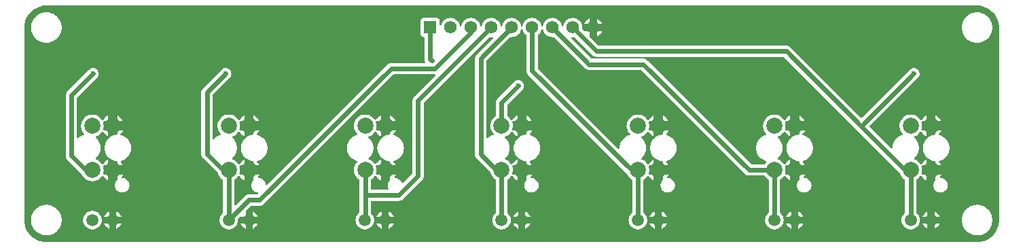
<source format=gbl>
G04 Layer: BottomLayer*
G04 EasyEDA v6.5.22, 2022-12-11 09:51:38*
G04 e12cfe8ce6ad4c4799b389a6830ee86a,10*
G04 Gerber Generator version 0.2*
G04 Scale: 100 percent, Rotated: No, Reflected: No *
G04 Dimensions in millimeters *
G04 leading zeros omitted , absolute positions ,4 integer and 5 decimal *
%FSLAX45Y45*%
%MOMM*%

%ADD10C,0.6000*%
%ADD11C,2.0000*%
%ADD12R,1.5748X1.5748*%
%ADD13C,1.5748*%
%ADD14C,1.5000*%
%ADD15C,0.0107*%

%LPD*%
G36*
X300685Y25908D02*
G01*
X278079Y26822D01*
X256743Y29362D01*
X235610Y33629D01*
X214934Y39471D01*
X194767Y46939D01*
X175209Y55981D01*
X156464Y66548D01*
X138582Y78536D01*
X121716Y91846D01*
X105918Y106476D01*
X91338Y122326D01*
X78028Y139242D01*
X66141Y157124D01*
X55626Y175920D01*
X46634Y195478D01*
X39217Y215696D01*
X33426Y236423D01*
X29260Y257505D01*
X26771Y278892D01*
X25908Y300685D01*
X25908Y2699308D01*
X26822Y2721914D01*
X29362Y2743250D01*
X33629Y2764383D01*
X39471Y2785059D01*
X46939Y2805226D01*
X55981Y2824784D01*
X66548Y2843530D01*
X78536Y2861411D01*
X91846Y2878277D01*
X106476Y2894076D01*
X122326Y2908655D01*
X139242Y2921965D01*
X157124Y2933852D01*
X175920Y2944368D01*
X195478Y2953359D01*
X215696Y2960776D01*
X236423Y2966567D01*
X257505Y2970733D01*
X278892Y2973222D01*
X300685Y2974086D01*
X11899290Y2974086D01*
X11921896Y2973171D01*
X11943232Y2970631D01*
X11964365Y2966364D01*
X11985040Y2960522D01*
X12005208Y2953054D01*
X12024766Y2944012D01*
X12043511Y2933446D01*
X12061393Y2921457D01*
X12078258Y2908147D01*
X12094057Y2893517D01*
X12108637Y2877667D01*
X12121946Y2860751D01*
X12133834Y2842869D01*
X12144349Y2824073D01*
X12153341Y2804515D01*
X12160758Y2784297D01*
X12166549Y2763570D01*
X12170714Y2742488D01*
X12173204Y2721102D01*
X12174067Y2699308D01*
X12174067Y300685D01*
X12173153Y278079D01*
X12170613Y256743D01*
X12166346Y235610D01*
X12160504Y214934D01*
X12153036Y194767D01*
X12143994Y175209D01*
X12133427Y156464D01*
X12121438Y138582D01*
X12108129Y121716D01*
X12093498Y105918D01*
X12077649Y91338D01*
X12060732Y78028D01*
X12042851Y66141D01*
X12024055Y55626D01*
X12004497Y46634D01*
X11984278Y39217D01*
X11963552Y33426D01*
X11942470Y29260D01*
X11921083Y26771D01*
X11899290Y25908D01*
G37*

%LPC*%
G36*
X7006081Y2745689D02*
G01*
X7070293Y2745689D01*
X7070293Y2810052D01*
X7056374Y2803245D01*
X7044131Y2795168D01*
X7033006Y2785618D01*
X7023100Y2774746D01*
X7014616Y2762758D01*
X7007656Y2749854D01*
G37*
G36*
X11895226Y109575D02*
G01*
X11914225Y110032D01*
X11933072Y112369D01*
X11951563Y116636D01*
X11969597Y122682D01*
X11986869Y130454D01*
X12003328Y139954D01*
X12018772Y151079D01*
X12032996Y163626D01*
X12045899Y177546D01*
X12057380Y192684D01*
X12067286Y208889D01*
X12075515Y226009D01*
X12082018Y243840D01*
X12086691Y262229D01*
X12089536Y281025D01*
X12090501Y299974D01*
X12089536Y318973D01*
X12086691Y337769D01*
X12082018Y356158D01*
X12075515Y373989D01*
X12067286Y391109D01*
X12057380Y407314D01*
X12045899Y422452D01*
X12032996Y436372D01*
X12018772Y448919D01*
X12003328Y460044D01*
X11986869Y469544D01*
X11969597Y477316D01*
X11951563Y483362D01*
X11933072Y487629D01*
X11914225Y489966D01*
X11895226Y490423D01*
X11876278Y489000D01*
X11857583Y485698D01*
X11839295Y480568D01*
X11821617Y473659D01*
X11804751Y464972D01*
X11788749Y454659D01*
X11773916Y442823D01*
X11760352Y429564D01*
X11748109Y415035D01*
X11737441Y399338D01*
X11728348Y382676D01*
X11720982Y365150D01*
X11715343Y347014D01*
X11711584Y328371D01*
X11709704Y309473D01*
X11709704Y290525D01*
X11711584Y271627D01*
X11715343Y252984D01*
X11720982Y234848D01*
X11728348Y217322D01*
X11737441Y200660D01*
X11748109Y184962D01*
X11760352Y170434D01*
X11773916Y157175D01*
X11788749Y145338D01*
X11804751Y135026D01*
X11821617Y126339D01*
X11839295Y119430D01*
X11857583Y114300D01*
X11876278Y110998D01*
G37*
G36*
X866241Y184759D02*
G01*
X880770Y184759D01*
X895146Y186537D01*
X909218Y190144D01*
X922680Y195478D01*
X935380Y202488D01*
X947115Y211023D01*
X957681Y220929D01*
X966927Y232105D01*
X974699Y244348D01*
X980897Y257505D01*
X985367Y271272D01*
X988110Y285546D01*
X988974Y299974D01*
X988110Y314452D01*
X985367Y328726D01*
X980897Y342493D01*
X974699Y355650D01*
X966927Y367893D01*
X957681Y379069D01*
X947115Y388975D01*
X935380Y397510D01*
X922680Y404520D01*
X909218Y409854D01*
X895146Y413461D01*
X880770Y415239D01*
X866241Y415239D01*
X851865Y413461D01*
X837793Y409854D01*
X824331Y404520D01*
X811631Y397510D01*
X799896Y388975D01*
X789330Y379069D01*
X780084Y367893D01*
X772312Y355650D01*
X766114Y342493D01*
X761644Y328726D01*
X758901Y314452D01*
X758037Y299974D01*
X758901Y285546D01*
X761644Y271272D01*
X766114Y257505D01*
X772312Y244348D01*
X780084Y232105D01*
X789330Y220929D01*
X799896Y211023D01*
X811631Y202488D01*
X824331Y195478D01*
X837793Y190144D01*
X851865Y186537D01*
G37*
G36*
X2566263Y184759D02*
G01*
X2580741Y184759D01*
X2595118Y186537D01*
X2609189Y190144D01*
X2622651Y195478D01*
X2635402Y202488D01*
X2647137Y211023D01*
X2657703Y220929D01*
X2666949Y232105D01*
X2674721Y244348D01*
X2680868Y257505D01*
X2685338Y271272D01*
X2688082Y285546D01*
X2688996Y299974D01*
X2688336Y310286D01*
X2688996Y314502D01*
X2691282Y318109D01*
X2714091Y340868D01*
X2717393Y343052D01*
X2721254Y343865D01*
X2783636Y343865D01*
X2783636Y406247D01*
X2784398Y410108D01*
X2786634Y413410D01*
X2849829Y476656D01*
X2853131Y478840D01*
X2857042Y479602D01*
X2959049Y479602D01*
X2970479Y480517D01*
X2981248Y483108D01*
X2991459Y487324D01*
X3000857Y493115D01*
X3009595Y500532D01*
X4621530Y2112467D01*
X4624832Y2114651D01*
X4628692Y2115464D01*
X5137200Y2115464D01*
X5141061Y2114651D01*
X5144363Y2112467D01*
X5146548Y2109165D01*
X5147360Y2105304D01*
X5146548Y2101392D01*
X5144363Y2098090D01*
X4883556Y1837334D01*
X4876139Y1828596D01*
X4870348Y1819198D01*
X4866132Y1808937D01*
X4863541Y1798218D01*
X4862626Y1786788D01*
X4862626Y885190D01*
X4861864Y881278D01*
X4859680Y878027D01*
X4745888Y764184D01*
X4742484Y761949D01*
X4738522Y761238D01*
X4734560Y762101D01*
X4731258Y764438D01*
X4729124Y767892D01*
X4728006Y770991D01*
X4722114Y782116D01*
X4714697Y792327D01*
X4705908Y801420D01*
X4695952Y809193D01*
X4685030Y815492D01*
X4673295Y820216D01*
X4661052Y823264D01*
X4643983Y825144D01*
X4640681Y827074D01*
X4638344Y830071D01*
X4637278Y833729D01*
X4637633Y837539D01*
X4639360Y840943D01*
X4642967Y845616D01*
X4651248Y859332D01*
X4655464Y868578D01*
X4583328Y868578D01*
X4583328Y804316D01*
X4582718Y800811D01*
X4580940Y797763D01*
X4572152Y787349D01*
X4565446Y776630D01*
X4560316Y765098D01*
X4556861Y752957D01*
X4555083Y740460D01*
X4555083Y727862D01*
X4556861Y715365D01*
X4560316Y703224D01*
X4563668Y695655D01*
X4564583Y691743D01*
X4563872Y687781D01*
X4561687Y684428D01*
X4558334Y682142D01*
X4554423Y681380D01*
X4353661Y681380D01*
X4349750Y682142D01*
X4346498Y684326D01*
X4344263Y687628D01*
X4343501Y691540D01*
X4343501Y797966D01*
X4344060Y801268D01*
X4345686Y804214D01*
X4348175Y806500D01*
X4355592Y811276D01*
X4367987Y821385D01*
X4379163Y832916D01*
X4388967Y845616D01*
X4391304Y849477D01*
X4394098Y852525D01*
X4397908Y854151D01*
X4402074Y854151D01*
X4405884Y852525D01*
X4408678Y849477D01*
X4411014Y845616D01*
X4420819Y832916D01*
X4431995Y821385D01*
X4444390Y811276D01*
X4457903Y802589D01*
X4470654Y796340D01*
X4470654Y868578D01*
X4416145Y868578D01*
X4412386Y869289D01*
X4409186Y871321D01*
X4406950Y874420D01*
X4406036Y878078D01*
X4406493Y881887D01*
X4408881Y889203D01*
X4412081Y904900D01*
X4413453Y920902D01*
X4412996Y936955D01*
X4410710Y952804D01*
X4406544Y968502D01*
X4406290Y972210D01*
X4407357Y975766D01*
X4409592Y978662D01*
X4412742Y980592D01*
X4416399Y981252D01*
X4470654Y981252D01*
X4470654Y1053388D01*
X4465015Y1051001D01*
X4451045Y1043127D01*
X4438040Y1033678D01*
X4426254Y1022807D01*
X4415739Y1010716D01*
X4408373Y999947D01*
X4405579Y997203D01*
X4401972Y995730D01*
X4398010Y995730D01*
X4394403Y997203D01*
X4391609Y999947D01*
X4384243Y1010716D01*
X4373727Y1022807D01*
X4361942Y1033678D01*
X4348937Y1043127D01*
X4334967Y1051001D01*
X4320997Y1056894D01*
X4317542Y1059281D01*
X4315358Y1062888D01*
X4314850Y1067003D01*
X4316018Y1071067D01*
X4319219Y1074674D01*
X4331868Y1086967D01*
X4343095Y1100531D01*
X4352848Y1115212D01*
X4360976Y1130858D01*
X4367377Y1147267D01*
X4372000Y1164234D01*
X4374794Y1181658D01*
X4375759Y1199235D01*
X4374794Y1216812D01*
X4372000Y1234236D01*
X4367377Y1251204D01*
X4360976Y1267612D01*
X4352848Y1283258D01*
X4343095Y1297940D01*
X4331868Y1311503D01*
X4319219Y1323797D01*
X4317187Y1325372D01*
X4314444Y1328674D01*
X4313326Y1332839D01*
X4314037Y1337106D01*
X4316425Y1340662D01*
X4320082Y1342948D01*
X4327702Y1345641D01*
X4342079Y1352753D01*
X4355592Y1361440D01*
X4367987Y1371549D01*
X4379163Y1383080D01*
X4388967Y1395780D01*
X4391304Y1399641D01*
X4394098Y1402689D01*
X4397908Y1404315D01*
X4402074Y1404315D01*
X4405884Y1402689D01*
X4408678Y1399641D01*
X4411014Y1395780D01*
X4420819Y1383080D01*
X4431995Y1371549D01*
X4444390Y1361440D01*
X4457903Y1352753D01*
X4470654Y1346504D01*
X4470654Y1418742D01*
X4416145Y1418742D01*
X4412386Y1419453D01*
X4409186Y1421485D01*
X4406950Y1424584D01*
X4406036Y1428242D01*
X4406493Y1432052D01*
X4408881Y1439367D01*
X4412081Y1455064D01*
X4413453Y1471066D01*
X4412996Y1487119D01*
X4410710Y1502968D01*
X4406544Y1518666D01*
X4406290Y1522374D01*
X4407357Y1525930D01*
X4409592Y1528826D01*
X4412742Y1530756D01*
X4416399Y1531416D01*
X4470654Y1531416D01*
X4470654Y1603552D01*
X4465015Y1601165D01*
X4451045Y1593291D01*
X4438040Y1583842D01*
X4426254Y1572971D01*
X4415739Y1560880D01*
X4408373Y1550111D01*
X4405579Y1547368D01*
X4401972Y1545894D01*
X4398010Y1545894D01*
X4394403Y1547368D01*
X4391609Y1550111D01*
X4384243Y1560880D01*
X4373727Y1572971D01*
X4361942Y1583842D01*
X4348937Y1593291D01*
X4334967Y1601165D01*
X4320184Y1607413D01*
X4304792Y1611934D01*
X4288993Y1614678D01*
X4272991Y1615592D01*
X4256989Y1614678D01*
X4241190Y1611934D01*
X4225798Y1607413D01*
X4211015Y1601165D01*
X4197045Y1593291D01*
X4184040Y1583842D01*
X4172254Y1572971D01*
X4161739Y1560880D01*
X4152696Y1547622D01*
X4145178Y1533448D01*
X4139387Y1518513D01*
X4135272Y1502968D01*
X4132986Y1487119D01*
X4132529Y1471066D01*
X4133900Y1455064D01*
X4137101Y1439367D01*
X4142079Y1424127D01*
X4148734Y1409496D01*
X4157014Y1395780D01*
X4166819Y1383080D01*
X4173423Y1376222D01*
X4175658Y1372768D01*
X4176318Y1368653D01*
X4175251Y1364691D01*
X4172712Y1361389D01*
X4169105Y1359458D01*
X4154119Y1354937D01*
X4137863Y1348079D01*
X4122470Y1339545D01*
X4108043Y1329385D01*
X4094784Y1317802D01*
X4082846Y1304848D01*
X4072331Y1290726D01*
X4063390Y1275537D01*
X4056126Y1259484D01*
X4050588Y1242771D01*
X4046880Y1225550D01*
X4045000Y1208024D01*
X4045000Y1190447D01*
X4046880Y1172921D01*
X4050588Y1155700D01*
X4056126Y1138986D01*
X4063390Y1122934D01*
X4072331Y1107744D01*
X4082846Y1093622D01*
X4094784Y1080668D01*
X4108043Y1069086D01*
X4122470Y1058926D01*
X4137863Y1050391D01*
X4154119Y1043533D01*
X4167682Y1039469D01*
X4171238Y1037539D01*
X4173778Y1034440D01*
X4174896Y1030579D01*
X4174439Y1026566D01*
X4172458Y1023061D01*
X4161739Y1010716D01*
X4152696Y997458D01*
X4145178Y983284D01*
X4139387Y968349D01*
X4135272Y952804D01*
X4132986Y936955D01*
X4132529Y920902D01*
X4133900Y904900D01*
X4137101Y889203D01*
X4142079Y873963D01*
X4148734Y859332D01*
X4157014Y845616D01*
X4166819Y832916D01*
X4177995Y821385D01*
X4190390Y811276D01*
X4197807Y806500D01*
X4200296Y804214D01*
X4201922Y801268D01*
X4202480Y797966D01*
X4202480Y399237D01*
X4201972Y396087D01*
X4200550Y393293D01*
X4198264Y391007D01*
X4195470Y388975D01*
X4184904Y379069D01*
X4175658Y367893D01*
X4167886Y355650D01*
X4161688Y342493D01*
X4157218Y328726D01*
X4154525Y314452D01*
X4153611Y299974D01*
X4154525Y285546D01*
X4157218Y271272D01*
X4161688Y257505D01*
X4167886Y244348D01*
X4175658Y232105D01*
X4184904Y220929D01*
X4195470Y211023D01*
X4207205Y202488D01*
X4219905Y195478D01*
X4233418Y190144D01*
X4247438Y186537D01*
X4261815Y184759D01*
X4276344Y184759D01*
X4290720Y186537D01*
X4304792Y190144D01*
X4318254Y195478D01*
X4330954Y202488D01*
X4342688Y211023D01*
X4353306Y220929D01*
X4362551Y232105D01*
X4370324Y244348D01*
X4376470Y257505D01*
X4380941Y271272D01*
X4383684Y285546D01*
X4384598Y299974D01*
X4383684Y314452D01*
X4380941Y328726D01*
X4376470Y342493D01*
X4370324Y355650D01*
X4362551Y367893D01*
X4353306Y379069D01*
X4346702Y385216D01*
X4344314Y388620D01*
X4343501Y392633D01*
X4343501Y530199D01*
X4344263Y534060D01*
X4346498Y537362D01*
X4349750Y539546D01*
X4353661Y540359D01*
X4691837Y540359D01*
X4703267Y541223D01*
X4714036Y543814D01*
X4724247Y548030D01*
X4733645Y553821D01*
X4742383Y561289D01*
X4982718Y801624D01*
X4990185Y810361D01*
X4995976Y819759D01*
X5000193Y829970D01*
X5002784Y840740D01*
X5003647Y852169D01*
X5003647Y1753768D01*
X5004460Y1757629D01*
X5006644Y1760931D01*
X5824474Y2578760D01*
X5828233Y2581148D01*
X5832602Y2581706D01*
X5842304Y2580792D01*
X5856681Y2581249D01*
X5860643Y2580589D01*
X5864047Y2578455D01*
X5866333Y2575153D01*
X5867146Y2571191D01*
X5866384Y2567279D01*
X5864199Y2563926D01*
X5663234Y2362962D01*
X5655767Y2354275D01*
X5650026Y2344826D01*
X5645759Y2334615D01*
X5643219Y2323846D01*
X5642305Y2312416D01*
X5642305Y1117600D01*
X5643219Y1106170D01*
X5645759Y1095400D01*
X5650026Y1085189D01*
X5655767Y1075740D01*
X5663234Y1067054D01*
X5833922Y896315D01*
X5835700Y893978D01*
X5842050Y873963D01*
X5848705Y859332D01*
X5857036Y845616D01*
X5866790Y832916D01*
X5877966Y821385D01*
X5890412Y811276D01*
X5897778Y806500D01*
X5900318Y804214D01*
X5901893Y801268D01*
X5902452Y797966D01*
X5902452Y396290D01*
X5901639Y392277D01*
X5899251Y388874D01*
X5888786Y379069D01*
X5879541Y367893D01*
X5871768Y355650D01*
X5865622Y342493D01*
X5861100Y328726D01*
X5858408Y314452D01*
X5857494Y299974D01*
X5858408Y285546D01*
X5861100Y271272D01*
X5865622Y257505D01*
X5871768Y244348D01*
X5879541Y232105D01*
X5888786Y220929D01*
X5899353Y211023D01*
X5911088Y202488D01*
X5923838Y195478D01*
X5937300Y190144D01*
X5951321Y186537D01*
X5965748Y184759D01*
X5980226Y184759D01*
X5994654Y186537D01*
X6008674Y190144D01*
X6022187Y195478D01*
X6034887Y202488D01*
X6046622Y211023D01*
X6057188Y220929D01*
X6066434Y232105D01*
X6074206Y244348D01*
X6080353Y257505D01*
X6084874Y271272D01*
X6087567Y285546D01*
X6088481Y299974D01*
X6087567Y314452D01*
X6084874Y328726D01*
X6080353Y342493D01*
X6074206Y355650D01*
X6066434Y367893D01*
X6057188Y379069D01*
X6046724Y388874D01*
X6044336Y392277D01*
X6043472Y396290D01*
X6043472Y797966D01*
X6044031Y801268D01*
X6045657Y804214D01*
X6048146Y806500D01*
X6055563Y811276D01*
X6068009Y821385D01*
X6079185Y832916D01*
X6088938Y845616D01*
X6091275Y849477D01*
X6094120Y852525D01*
X6097930Y854151D01*
X6102045Y854151D01*
X6105855Y852525D01*
X6108700Y849477D01*
X6111036Y845616D01*
X6120790Y832916D01*
X6131966Y821385D01*
X6144412Y811276D01*
X6157925Y802589D01*
X6170625Y796340D01*
X6170625Y868578D01*
X6116167Y868578D01*
X6112408Y869289D01*
X6109208Y871321D01*
X6106972Y874420D01*
X6106007Y878078D01*
X6106464Y881887D01*
X6108852Y889203D01*
X6112052Y904900D01*
X6113424Y920902D01*
X6112967Y936955D01*
X6110681Y952804D01*
X6106566Y968502D01*
X6106261Y972210D01*
X6107328Y975766D01*
X6109614Y978662D01*
X6112764Y980592D01*
X6116370Y981252D01*
X6170625Y981252D01*
X6170625Y1053388D01*
X6164986Y1051001D01*
X6151016Y1043127D01*
X6138062Y1033678D01*
X6126226Y1022807D01*
X6115710Y1010716D01*
X6108395Y999947D01*
X6105601Y997203D01*
X6101943Y995730D01*
X6098032Y995730D01*
X6094374Y997203D01*
X6091580Y999947D01*
X6084265Y1010716D01*
X6073749Y1022807D01*
X6061913Y1033678D01*
X6048959Y1043127D01*
X6034989Y1051001D01*
X6021019Y1056894D01*
X6017564Y1059281D01*
X6015380Y1062888D01*
X6014821Y1067003D01*
X6015990Y1071067D01*
X6019241Y1074674D01*
X6031839Y1086967D01*
X6043117Y1100531D01*
X6052820Y1115212D01*
X6060948Y1130858D01*
X6067399Y1147267D01*
X6072022Y1164234D01*
X6074816Y1181658D01*
X6075730Y1199235D01*
X6074816Y1216812D01*
X6072022Y1234236D01*
X6067399Y1251204D01*
X6060948Y1267612D01*
X6052820Y1283258D01*
X6043117Y1297940D01*
X6031839Y1311503D01*
X6019241Y1323797D01*
X6017209Y1325372D01*
X6014466Y1328674D01*
X6013348Y1332839D01*
X6014008Y1337106D01*
X6016396Y1340662D01*
X6020054Y1342948D01*
X6027674Y1345641D01*
X6042050Y1352753D01*
X6055563Y1361440D01*
X6068009Y1371549D01*
X6079185Y1383080D01*
X6088938Y1395780D01*
X6091275Y1399641D01*
X6094120Y1402689D01*
X6097930Y1404315D01*
X6102045Y1404315D01*
X6105855Y1402689D01*
X6108700Y1399641D01*
X6111036Y1395780D01*
X6120790Y1383080D01*
X6131966Y1371549D01*
X6144412Y1361440D01*
X6157925Y1352753D01*
X6170625Y1346504D01*
X6170625Y1418742D01*
X6116167Y1418742D01*
X6112408Y1419453D01*
X6109208Y1421485D01*
X6106972Y1424584D01*
X6106007Y1428242D01*
X6106464Y1432052D01*
X6108852Y1439367D01*
X6112052Y1455064D01*
X6113424Y1471066D01*
X6112967Y1487119D01*
X6110681Y1502968D01*
X6106566Y1518666D01*
X6106261Y1522374D01*
X6107328Y1525930D01*
X6109614Y1528826D01*
X6112764Y1530756D01*
X6116370Y1531416D01*
X6170625Y1531416D01*
X6170625Y1603552D01*
X6164986Y1601165D01*
X6151016Y1593291D01*
X6138062Y1583842D01*
X6126226Y1572971D01*
X6115710Y1560880D01*
X6108395Y1550111D01*
X6105601Y1547368D01*
X6101943Y1545894D01*
X6098032Y1545894D01*
X6094374Y1547368D01*
X6091580Y1550111D01*
X6084265Y1560880D01*
X6073749Y1572971D01*
X6061913Y1583842D01*
X6048654Y1593443D01*
X6045911Y1595678D01*
X6044133Y1598777D01*
X6043472Y1602282D01*
X6043472Y1732940D01*
X6044285Y1736801D01*
X6046470Y1740103D01*
X6230366Y1924050D01*
X6237833Y1932736D01*
X6243624Y1942185D01*
X6247841Y1952396D01*
X6250432Y1963166D01*
X6251295Y1974189D01*
X6250432Y1985213D01*
X6247841Y1995932D01*
X6243624Y2006193D01*
X6237833Y2015591D01*
X6230620Y2024024D01*
X6222238Y2031187D01*
X6212789Y2036978D01*
X6202578Y2041194D01*
X6191808Y2043785D01*
X6180785Y2044649D01*
X6169761Y2043785D01*
X6159042Y2041194D01*
X6148832Y2036978D01*
X6139383Y2031187D01*
X6130645Y2023770D01*
X5923381Y1816506D01*
X5915964Y1807768D01*
X5910173Y1798370D01*
X5905957Y1788109D01*
X5903366Y1777390D01*
X5902452Y1765960D01*
X5902452Y1602282D01*
X5901842Y1598777D01*
X5900064Y1595678D01*
X5884062Y1583842D01*
X5872226Y1572971D01*
X5861710Y1560880D01*
X5852668Y1547622D01*
X5845200Y1533448D01*
X5839358Y1518513D01*
X5835294Y1502968D01*
X5833008Y1487119D01*
X5832551Y1471066D01*
X5833922Y1455064D01*
X5837123Y1439367D01*
X5842050Y1424127D01*
X5848705Y1409496D01*
X5857036Y1395780D01*
X5866790Y1383080D01*
X5873445Y1376222D01*
X5875680Y1372768D01*
X5876290Y1368653D01*
X5875274Y1364691D01*
X5872734Y1361389D01*
X5869076Y1359458D01*
X5854090Y1354937D01*
X5837885Y1348079D01*
X5822442Y1339545D01*
X5808065Y1329385D01*
X5800191Y1322527D01*
X5796838Y1320596D01*
X5793028Y1320038D01*
X5789269Y1320901D01*
X5786120Y1323136D01*
X5784037Y1326388D01*
X5783326Y1330147D01*
X5783326Y2279396D01*
X5784088Y2283307D01*
X5786323Y2286609D01*
X6078474Y2578760D01*
X6082233Y2581148D01*
X6086602Y2581706D01*
X6096304Y2580792D01*
X6110986Y2581249D01*
X6125514Y2583535D01*
X6139637Y2587548D01*
X6153150Y2593238D01*
X6165850Y2600604D01*
X6177584Y2609443D01*
X6188100Y2619654D01*
X6197295Y2631084D01*
X6205016Y2643581D01*
X6211163Y2656941D01*
X6215634Y2670911D01*
X6216904Y2677718D01*
X6218326Y2681325D01*
X6221018Y2684170D01*
X6224625Y2685745D01*
X6228537Y2685846D01*
X6232194Y2684475D01*
X6235039Y2681833D01*
X6236716Y2678328D01*
X6240373Y2663850D01*
X6245656Y2650134D01*
X6252616Y2637231D01*
X6261100Y2625242D01*
X6271006Y2614371D01*
X6279896Y2606751D01*
X6282537Y2603246D01*
X6283452Y2599029D01*
X6283452Y2163876D01*
X6284366Y2152446D01*
X6286957Y2141677D01*
X6291173Y2131466D01*
X6296964Y2122068D01*
X6304381Y2113330D01*
X7539532Y878230D01*
X7541006Y876350D01*
X7548727Y859383D01*
X7557008Y845616D01*
X7566812Y832916D01*
X7577988Y821436D01*
X7590383Y811276D01*
X7597800Y806500D01*
X7600289Y804265D01*
X7601915Y801319D01*
X7602474Y797966D01*
X7602474Y396290D01*
X7601610Y392277D01*
X7599273Y388874D01*
X7588808Y379069D01*
X7579563Y367893D01*
X7571790Y355650D01*
X7565593Y342493D01*
X7561122Y328726D01*
X7558379Y314452D01*
X7557516Y299974D01*
X7558379Y285546D01*
X7561122Y271272D01*
X7565593Y257505D01*
X7571790Y244348D01*
X7579563Y232105D01*
X7588808Y220929D01*
X7599375Y211023D01*
X7611109Y202488D01*
X7623809Y195478D01*
X7637272Y190144D01*
X7651343Y186537D01*
X7665720Y184759D01*
X7680248Y184759D01*
X7694625Y186537D01*
X7708696Y190144D01*
X7722158Y195478D01*
X7734858Y202488D01*
X7746593Y211023D01*
X7757159Y220929D01*
X7766405Y232105D01*
X7774178Y244348D01*
X7780375Y257505D01*
X7784846Y271272D01*
X7787589Y285546D01*
X7788452Y299974D01*
X7787589Y314452D01*
X7784846Y328726D01*
X7780375Y342493D01*
X7774178Y355650D01*
X7766405Y367893D01*
X7757159Y379069D01*
X7746695Y388874D01*
X7744307Y392277D01*
X7743494Y396290D01*
X7743494Y797966D01*
X7744053Y801268D01*
X7745679Y804265D01*
X7748168Y806500D01*
X7755585Y811276D01*
X7767980Y821436D01*
X7779156Y832916D01*
X7788960Y845616D01*
X7791297Y849477D01*
X7794091Y852525D01*
X7797901Y854202D01*
X7802067Y854202D01*
X7805877Y852525D01*
X7808671Y849477D01*
X7811008Y845616D01*
X7820812Y832916D01*
X7831988Y821436D01*
X7844383Y811276D01*
X7857896Y802589D01*
X7870647Y796340D01*
X7870647Y868578D01*
X7816138Y868578D01*
X7812379Y869289D01*
X7809179Y871321D01*
X7806944Y874420D01*
X7806029Y878128D01*
X7806486Y881887D01*
X7808874Y889203D01*
X7812074Y904951D01*
X7813446Y920953D01*
X7812989Y936955D01*
X7810703Y952855D01*
X7806537Y968552D01*
X7806283Y972210D01*
X7807350Y975766D01*
X7809585Y978712D01*
X7812735Y980643D01*
X7816392Y981303D01*
X7870647Y981303D01*
X7870647Y1053388D01*
X7865008Y1051001D01*
X7851038Y1043127D01*
X7838033Y1033729D01*
X7826248Y1022858D01*
X7815732Y1010716D01*
X7808366Y999998D01*
X7805572Y997254D01*
X7801965Y995730D01*
X7798003Y995730D01*
X7794396Y997254D01*
X7791602Y999998D01*
X7784236Y1010716D01*
X7773720Y1022858D01*
X7761935Y1033729D01*
X7748930Y1043127D01*
X7734960Y1051001D01*
X7720990Y1056944D01*
X7717536Y1059332D01*
X7715351Y1062888D01*
X7714843Y1067054D01*
X7716012Y1071067D01*
X7719212Y1074724D01*
X7731861Y1087018D01*
X7743088Y1100582D01*
X7752842Y1115263D01*
X7760970Y1130858D01*
X7767370Y1147267D01*
X7771993Y1164285D01*
X7774787Y1181658D01*
X7775752Y1199235D01*
X7774787Y1216863D01*
X7771993Y1234236D01*
X7767370Y1251254D01*
X7760970Y1267663D01*
X7752842Y1283258D01*
X7743088Y1297940D01*
X7731861Y1311503D01*
X7719212Y1323797D01*
X7717180Y1325422D01*
X7714437Y1328724D01*
X7713319Y1332890D01*
X7714030Y1337106D01*
X7716418Y1340713D01*
X7720075Y1342948D01*
X7727696Y1345692D01*
X7742072Y1352753D01*
X7755585Y1361440D01*
X7767980Y1371600D01*
X7779156Y1383080D01*
X7788960Y1395780D01*
X7791297Y1399641D01*
X7794091Y1402689D01*
X7797901Y1404366D01*
X7802067Y1404366D01*
X7805877Y1402689D01*
X7808671Y1399641D01*
X7811008Y1395780D01*
X7820812Y1383080D01*
X7831988Y1371600D01*
X7844383Y1361440D01*
X7857896Y1352753D01*
X7870647Y1346504D01*
X7870647Y1418742D01*
X7816138Y1418742D01*
X7812379Y1419453D01*
X7809179Y1421485D01*
X7806944Y1424584D01*
X7806029Y1428292D01*
X7806486Y1432052D01*
X7808874Y1439367D01*
X7812074Y1455115D01*
X7813446Y1471117D01*
X7812989Y1487119D01*
X7810703Y1503019D01*
X7806537Y1518716D01*
X7806283Y1522374D01*
X7807350Y1525930D01*
X7809585Y1528876D01*
X7812735Y1530807D01*
X7816392Y1531467D01*
X7870647Y1531467D01*
X7870647Y1603552D01*
X7865008Y1601165D01*
X7851038Y1593291D01*
X7838033Y1583893D01*
X7826248Y1573022D01*
X7815732Y1560880D01*
X7808366Y1550162D01*
X7805572Y1547418D01*
X7801965Y1545894D01*
X7798003Y1545894D01*
X7794396Y1547418D01*
X7791602Y1550162D01*
X7784236Y1560880D01*
X7773720Y1573022D01*
X7761935Y1583893D01*
X7748930Y1593291D01*
X7734960Y1601165D01*
X7720177Y1607413D01*
X7704785Y1611934D01*
X7688986Y1614678D01*
X7672984Y1615592D01*
X7656982Y1614678D01*
X7641183Y1611934D01*
X7625791Y1607413D01*
X7611008Y1601165D01*
X7597038Y1593291D01*
X7584033Y1583893D01*
X7572248Y1573022D01*
X7561732Y1560880D01*
X7552690Y1547672D01*
X7545171Y1533448D01*
X7539380Y1518513D01*
X7535265Y1503019D01*
X7532979Y1487119D01*
X7532522Y1471117D01*
X7533894Y1455115D01*
X7537094Y1439367D01*
X7542072Y1424127D01*
X7548727Y1409547D01*
X7557008Y1395780D01*
X7566812Y1383080D01*
X7573416Y1376273D01*
X7575651Y1372768D01*
X7576312Y1368704D01*
X7575245Y1364691D01*
X7572705Y1361440D01*
X7569098Y1359458D01*
X7554112Y1354937D01*
X7537856Y1348079D01*
X7522464Y1339545D01*
X7508036Y1329436D01*
X7494778Y1317853D01*
X7482840Y1304899D01*
X7472324Y1290726D01*
X7463383Y1275588D01*
X7456119Y1259535D01*
X7450581Y1242822D01*
X7446873Y1225600D01*
X7444994Y1208074D01*
X7444994Y1196746D01*
X7444231Y1192834D01*
X7441996Y1189532D01*
X7438694Y1187348D01*
X7434834Y1186586D01*
X7430922Y1187348D01*
X7427620Y1189532D01*
X6427470Y2189734D01*
X6425285Y2192985D01*
X6424472Y2196896D01*
X6424472Y2599029D01*
X6424980Y2602128D01*
X6426352Y2604922D01*
X6428536Y2607157D01*
X6431584Y2609443D01*
X6442100Y2619654D01*
X6451295Y2631084D01*
X6459016Y2643581D01*
X6465163Y2656941D01*
X6469634Y2670911D01*
X6470904Y2677718D01*
X6472326Y2681325D01*
X6475018Y2684170D01*
X6478625Y2685745D01*
X6482537Y2685846D01*
X6486194Y2684475D01*
X6489039Y2681833D01*
X6490716Y2678328D01*
X6494373Y2663850D01*
X6499656Y2650134D01*
X6506616Y2637231D01*
X6515100Y2625242D01*
X6525006Y2614371D01*
X6536131Y2604820D01*
X6548374Y2596743D01*
X6561531Y2590190D01*
X6575348Y2585313D01*
X6589674Y2582164D01*
X6604304Y2580792D01*
X6624015Y2581554D01*
X6627012Y2580538D01*
X6629552Y2578709D01*
X7015683Y2192578D01*
X7024420Y2185111D01*
X7033869Y2179320D01*
X7044080Y2175103D01*
X7054799Y2172512D01*
X7066229Y2171649D01*
X7709916Y2171649D01*
X7713776Y2170836D01*
X7717078Y2168652D01*
X9010345Y875385D01*
X9019082Y867918D01*
X9028531Y862126D01*
X9038742Y857910D01*
X9049461Y855319D01*
X9060891Y854456D01*
X9245955Y854456D01*
X9249359Y853846D01*
X9252407Y852119D01*
X9254642Y849528D01*
X9257030Y845616D01*
X9266783Y832916D01*
X9277959Y821436D01*
X9290405Y811276D01*
X9297771Y806500D01*
X9300311Y804265D01*
X9301886Y801319D01*
X9302445Y797966D01*
X9302445Y396290D01*
X9301632Y392277D01*
X9299244Y388874D01*
X9288780Y379069D01*
X9279534Y367893D01*
X9271762Y355650D01*
X9265615Y342493D01*
X9261094Y328726D01*
X9258401Y314452D01*
X9257487Y299974D01*
X9258401Y285546D01*
X9261094Y271272D01*
X9265615Y257505D01*
X9271762Y244348D01*
X9279534Y232105D01*
X9288780Y220929D01*
X9299346Y211023D01*
X9311081Y202488D01*
X9323832Y195478D01*
X9337294Y190144D01*
X9351314Y186537D01*
X9365742Y184759D01*
X9380220Y184759D01*
X9394647Y186537D01*
X9408668Y190144D01*
X9422180Y195478D01*
X9434880Y202488D01*
X9446615Y211023D01*
X9457182Y220929D01*
X9466427Y232105D01*
X9474200Y244348D01*
X9480346Y257505D01*
X9484868Y271272D01*
X9487560Y285546D01*
X9488474Y299974D01*
X9487560Y314452D01*
X9484868Y328726D01*
X9480346Y342493D01*
X9474200Y355650D01*
X9466427Y367893D01*
X9457182Y379069D01*
X9446717Y388874D01*
X9444329Y392277D01*
X9443466Y396290D01*
X9443466Y797966D01*
X9444024Y801268D01*
X9445650Y804265D01*
X9448139Y806500D01*
X9455556Y811276D01*
X9468002Y821436D01*
X9479178Y832916D01*
X9488932Y845616D01*
X9491268Y849477D01*
X9494113Y852525D01*
X9497923Y854202D01*
X9502038Y854202D01*
X9505848Y852525D01*
X9508693Y849477D01*
X9511030Y845616D01*
X9520783Y832916D01*
X9531959Y821436D01*
X9544405Y811276D01*
X9557918Y802589D01*
X9570618Y796340D01*
X9570618Y868578D01*
X9516160Y868578D01*
X9512401Y869289D01*
X9509201Y871321D01*
X9506966Y874420D01*
X9506000Y878128D01*
X9506458Y881887D01*
X9508845Y889203D01*
X9512046Y904951D01*
X9513417Y920953D01*
X9512960Y936955D01*
X9510674Y952855D01*
X9506559Y968552D01*
X9506254Y972210D01*
X9507321Y975766D01*
X9509607Y978712D01*
X9512757Y980643D01*
X9516364Y981303D01*
X9570618Y981303D01*
X9570618Y1053388D01*
X9564979Y1051001D01*
X9551009Y1043127D01*
X9538055Y1033729D01*
X9526219Y1022858D01*
X9515703Y1010716D01*
X9508388Y999998D01*
X9505594Y997254D01*
X9501936Y995730D01*
X9498025Y995730D01*
X9494367Y997254D01*
X9491573Y999998D01*
X9484258Y1010716D01*
X9473742Y1022858D01*
X9461906Y1033729D01*
X9448952Y1043127D01*
X9434982Y1051001D01*
X9421012Y1056944D01*
X9417558Y1059332D01*
X9415373Y1062888D01*
X9414814Y1067054D01*
X9415983Y1071067D01*
X9419234Y1074724D01*
X9431832Y1087018D01*
X9443110Y1100582D01*
X9452813Y1115263D01*
X9460941Y1130858D01*
X9467392Y1147267D01*
X9472015Y1164285D01*
X9474809Y1181658D01*
X9475724Y1199235D01*
X9474809Y1216863D01*
X9472015Y1234236D01*
X9467392Y1251254D01*
X9460941Y1267663D01*
X9452813Y1283258D01*
X9443110Y1297940D01*
X9431832Y1311503D01*
X9419234Y1323797D01*
X9417202Y1325422D01*
X9414459Y1328724D01*
X9413341Y1332890D01*
X9414002Y1337106D01*
X9416389Y1340713D01*
X9420047Y1342948D01*
X9427667Y1345692D01*
X9442043Y1352753D01*
X9455556Y1361440D01*
X9468002Y1371600D01*
X9479178Y1383080D01*
X9488932Y1395780D01*
X9491268Y1399641D01*
X9494113Y1402689D01*
X9497923Y1404366D01*
X9502038Y1404366D01*
X9505848Y1402689D01*
X9508693Y1399641D01*
X9511030Y1395780D01*
X9520783Y1383080D01*
X9531959Y1371600D01*
X9544405Y1361440D01*
X9557918Y1352753D01*
X9570618Y1346504D01*
X9570618Y1418742D01*
X9516160Y1418742D01*
X9512401Y1419453D01*
X9509201Y1421485D01*
X9506966Y1424584D01*
X9506000Y1428292D01*
X9506458Y1432052D01*
X9508845Y1439367D01*
X9512046Y1455115D01*
X9513417Y1471117D01*
X9512960Y1487119D01*
X9510674Y1503019D01*
X9506559Y1518716D01*
X9506254Y1522374D01*
X9507321Y1525930D01*
X9509607Y1528876D01*
X9512757Y1530807D01*
X9516364Y1531467D01*
X9570618Y1531467D01*
X9570618Y1603552D01*
X9564979Y1601165D01*
X9551009Y1593291D01*
X9538055Y1583893D01*
X9526219Y1573022D01*
X9515703Y1560880D01*
X9508388Y1550162D01*
X9505594Y1547418D01*
X9501936Y1545894D01*
X9498025Y1545894D01*
X9494367Y1547418D01*
X9491573Y1550162D01*
X9484258Y1560880D01*
X9473742Y1573022D01*
X9461906Y1583893D01*
X9448952Y1593291D01*
X9434982Y1601165D01*
X9420199Y1607413D01*
X9404807Y1611934D01*
X9389008Y1614678D01*
X9373006Y1615592D01*
X9356953Y1614678D01*
X9341154Y1611934D01*
X9325762Y1607413D01*
X9310979Y1601165D01*
X9297009Y1593291D01*
X9284055Y1583893D01*
X9272219Y1573022D01*
X9261703Y1560880D01*
X9252661Y1547672D01*
X9245193Y1533448D01*
X9239351Y1518513D01*
X9235287Y1503019D01*
X9233001Y1487119D01*
X9232544Y1471117D01*
X9233916Y1455115D01*
X9237116Y1439367D01*
X9242044Y1424127D01*
X9248698Y1409547D01*
X9257030Y1395780D01*
X9266783Y1383080D01*
X9273438Y1376273D01*
X9275673Y1372768D01*
X9276283Y1368704D01*
X9275267Y1364691D01*
X9272727Y1361440D01*
X9269069Y1359458D01*
X9254083Y1354937D01*
X9237878Y1348079D01*
X9222435Y1339545D01*
X9208058Y1329436D01*
X9194800Y1317853D01*
X9182811Y1304899D01*
X9172346Y1290726D01*
X9163405Y1275588D01*
X9156090Y1259535D01*
X9150553Y1242822D01*
X9146844Y1225600D01*
X9144965Y1208074D01*
X9144965Y1190447D01*
X9146844Y1172921D01*
X9150553Y1155700D01*
X9156090Y1138986D01*
X9163405Y1122934D01*
X9172346Y1107795D01*
X9182811Y1093622D01*
X9194800Y1080668D01*
X9208058Y1069086D01*
X9222435Y1058976D01*
X9237878Y1050442D01*
X9254083Y1043584D01*
X9267698Y1039469D01*
X9271254Y1037590D01*
X9273743Y1034440D01*
X9274860Y1030579D01*
X9274403Y1026617D01*
X9272422Y1023112D01*
X9261703Y1010716D01*
X9254286Y999896D01*
X9252051Y997508D01*
X9249156Y995984D01*
X9245904Y995476D01*
X9093911Y995476D01*
X9090050Y996238D01*
X9086748Y998423D01*
X7793431Y2291740D01*
X7784744Y2299157D01*
X7775295Y2304948D01*
X7765084Y2309164D01*
X7754315Y2311755D01*
X7742936Y2312670D01*
X7099249Y2312670D01*
X7095388Y2313432D01*
X7092086Y2315616D01*
X6843572Y2564130D01*
X6841337Y2567584D01*
X6840626Y2571648D01*
X6841540Y2575610D01*
X6844030Y2578912D01*
X6847586Y2580995D01*
X6851700Y2581452D01*
X6858304Y2580792D01*
X6878015Y2581554D01*
X6881012Y2580538D01*
X6883552Y2578709D01*
X7105954Y2356307D01*
X7114641Y2348890D01*
X7124090Y2343099D01*
X7134301Y2338882D01*
X7145070Y2336292D01*
X7156500Y2335377D01*
X9488982Y2335377D01*
X9492843Y2334615D01*
X9496145Y2332431D01*
X10934344Y894181D01*
X10935868Y892302D01*
X10936833Y890117D01*
X10942066Y873963D01*
X10948720Y859383D01*
X10957001Y845616D01*
X10966805Y832916D01*
X10977981Y821436D01*
X10990376Y811276D01*
X10997793Y806500D01*
X11000282Y804265D01*
X11001908Y801319D01*
X11002467Y797966D01*
X11002467Y396290D01*
X11001603Y392277D01*
X10999266Y388874D01*
X10988802Y379069D01*
X10979556Y367893D01*
X10971784Y355650D01*
X10965586Y342493D01*
X10961116Y328726D01*
X10958372Y314452D01*
X10957509Y299974D01*
X10958372Y285546D01*
X10961116Y271272D01*
X10965586Y257505D01*
X10971784Y244348D01*
X10979556Y232105D01*
X10988802Y220929D01*
X10999368Y211023D01*
X11011103Y202488D01*
X11023803Y195478D01*
X11037265Y190144D01*
X11051336Y186537D01*
X11065713Y184759D01*
X11080242Y184759D01*
X11094618Y186537D01*
X11108690Y190144D01*
X11122152Y195478D01*
X11134852Y202488D01*
X11146586Y211023D01*
X11157153Y220929D01*
X11166398Y232105D01*
X11174171Y244348D01*
X11180368Y257505D01*
X11184839Y271272D01*
X11187582Y285546D01*
X11188446Y299974D01*
X11187582Y314452D01*
X11184839Y328726D01*
X11180368Y342493D01*
X11174171Y355650D01*
X11166398Y367893D01*
X11157153Y379069D01*
X11146688Y388874D01*
X11144300Y392277D01*
X11143488Y396290D01*
X11143488Y797966D01*
X11144046Y801268D01*
X11145672Y804265D01*
X11148161Y806500D01*
X11155578Y811276D01*
X11167973Y821436D01*
X11179149Y832916D01*
X11188954Y845616D01*
X11191290Y849477D01*
X11194084Y852525D01*
X11197894Y854202D01*
X11202060Y854202D01*
X11205870Y852525D01*
X11208664Y849477D01*
X11211001Y845616D01*
X11220805Y832916D01*
X11231981Y821436D01*
X11244376Y811276D01*
X11257889Y802589D01*
X11270640Y796340D01*
X11270640Y868578D01*
X11216132Y868578D01*
X11212372Y869289D01*
X11209172Y871321D01*
X11206937Y874420D01*
X11206022Y878128D01*
X11206480Y881887D01*
X11208867Y889203D01*
X11212068Y904951D01*
X11213439Y920953D01*
X11212982Y936955D01*
X11210696Y952855D01*
X11206530Y968552D01*
X11206276Y972210D01*
X11207343Y975766D01*
X11209578Y978712D01*
X11212728Y980643D01*
X11216386Y981303D01*
X11270640Y981303D01*
X11270640Y1053388D01*
X11265001Y1051001D01*
X11251031Y1043127D01*
X11238026Y1033729D01*
X11226241Y1022858D01*
X11215725Y1010716D01*
X11208359Y999998D01*
X11205565Y997254D01*
X11201958Y995730D01*
X11197996Y995730D01*
X11194389Y997254D01*
X11191595Y999998D01*
X11184229Y1010716D01*
X11173714Y1022858D01*
X11161928Y1033729D01*
X11148923Y1043127D01*
X11134953Y1051001D01*
X11120983Y1056944D01*
X11117529Y1059332D01*
X11115344Y1062888D01*
X11114836Y1067054D01*
X11116005Y1071067D01*
X11119205Y1074724D01*
X11131854Y1087018D01*
X11143081Y1100582D01*
X11152835Y1115263D01*
X11160963Y1130858D01*
X11167364Y1147267D01*
X11171986Y1164285D01*
X11174780Y1181658D01*
X11175746Y1199235D01*
X11174780Y1216863D01*
X11171986Y1234236D01*
X11167364Y1251254D01*
X11160963Y1267663D01*
X11152835Y1283258D01*
X11143081Y1297940D01*
X11131854Y1311503D01*
X11119205Y1323797D01*
X11117173Y1325422D01*
X11114430Y1328724D01*
X11113312Y1332890D01*
X11114024Y1337106D01*
X11116411Y1340713D01*
X11120069Y1342948D01*
X11127689Y1345692D01*
X11142065Y1352753D01*
X11155578Y1361440D01*
X11167973Y1371600D01*
X11179149Y1383080D01*
X11188954Y1395780D01*
X11191290Y1399641D01*
X11194084Y1402689D01*
X11197894Y1404366D01*
X11202060Y1404366D01*
X11205870Y1402689D01*
X11208664Y1399641D01*
X11211001Y1395780D01*
X11220805Y1383080D01*
X11231981Y1371600D01*
X11244376Y1361440D01*
X11257889Y1352753D01*
X11270640Y1346504D01*
X11270640Y1418742D01*
X11216132Y1418742D01*
X11212372Y1419453D01*
X11209172Y1421485D01*
X11206937Y1424584D01*
X11206022Y1428292D01*
X11206480Y1432052D01*
X11208867Y1439367D01*
X11212068Y1455115D01*
X11213439Y1471117D01*
X11212982Y1487119D01*
X11210696Y1503019D01*
X11206530Y1518716D01*
X11206276Y1522374D01*
X11207343Y1525930D01*
X11209578Y1528876D01*
X11212728Y1530807D01*
X11216386Y1531467D01*
X11270640Y1531467D01*
X11270640Y1603552D01*
X11265001Y1601165D01*
X11251031Y1593291D01*
X11238026Y1583893D01*
X11226241Y1573022D01*
X11215725Y1560880D01*
X11208359Y1550162D01*
X11205565Y1547418D01*
X11201958Y1545894D01*
X11197996Y1545894D01*
X11194389Y1547418D01*
X11191595Y1550162D01*
X11184229Y1560880D01*
X11173714Y1573022D01*
X11161928Y1583893D01*
X11148923Y1593291D01*
X11134953Y1601165D01*
X11120170Y1607413D01*
X11104778Y1611934D01*
X11088979Y1614678D01*
X11072977Y1615592D01*
X11056975Y1614678D01*
X11041176Y1611934D01*
X11025784Y1607413D01*
X11011001Y1601165D01*
X10997031Y1593291D01*
X10984026Y1583893D01*
X10972241Y1573022D01*
X10961725Y1560880D01*
X10952683Y1547672D01*
X10945164Y1533448D01*
X10939373Y1518513D01*
X10935258Y1503019D01*
X10932972Y1487119D01*
X10932515Y1471117D01*
X10933887Y1455115D01*
X10937087Y1439367D01*
X10942066Y1424127D01*
X10948720Y1409547D01*
X10957001Y1395780D01*
X10966805Y1383080D01*
X10973409Y1376273D01*
X10975644Y1372768D01*
X10976305Y1368704D01*
X10975238Y1364691D01*
X10972698Y1361440D01*
X10969091Y1359458D01*
X10954105Y1354937D01*
X10937849Y1348079D01*
X10922457Y1339545D01*
X10908030Y1329436D01*
X10894771Y1317853D01*
X10882833Y1304899D01*
X10872317Y1290726D01*
X10863376Y1275588D01*
X10856112Y1259535D01*
X10850575Y1242822D01*
X10846866Y1225600D01*
X10844987Y1207566D01*
X10844225Y1203655D01*
X10841990Y1200353D01*
X10838688Y1198168D01*
X10834827Y1197406D01*
X10830915Y1198168D01*
X10827613Y1200353D01*
X10565231Y1462786D01*
X10563047Y1466088D01*
X10562285Y1469948D01*
X10563047Y1473860D01*
X10565231Y1477162D01*
X11162792Y2074722D01*
X11170259Y2083409D01*
X11176050Y2092858D01*
X11180267Y2103069D01*
X11182858Y2113838D01*
X11183721Y2124862D01*
X11182858Y2135886D01*
X11180267Y2146604D01*
X11176050Y2156866D01*
X11170259Y2166264D01*
X11163046Y2174697D01*
X11154664Y2181860D01*
X11145215Y2187651D01*
X11135004Y2191867D01*
X11124234Y2194458D01*
X11113211Y2195322D01*
X11102187Y2194458D01*
X11091468Y2191867D01*
X11081258Y2187651D01*
X11071809Y2181860D01*
X11063071Y2174443D01*
X10465511Y1576882D01*
X10462209Y1574647D01*
X10458348Y1573885D01*
X10454436Y1574647D01*
X10451134Y1576882D01*
X9572498Y2455468D01*
X9563811Y2462936D01*
X9554362Y2468676D01*
X9544151Y2472944D01*
X9533382Y2475534D01*
X9522002Y2476398D01*
X7189520Y2476398D01*
X7185609Y2477160D01*
X7182307Y2479395D01*
X7073239Y2588463D01*
X7071055Y2591765D01*
X7070293Y2595626D01*
X7070293Y2654249D01*
X7011619Y2654249D01*
X7007758Y2655062D01*
X7004456Y2657246D01*
X6983323Y2678379D01*
X6980986Y2681986D01*
X6980377Y2686202D01*
X6981240Y2699969D01*
X6980326Y2714650D01*
X6977634Y2729077D01*
X6973163Y2743047D01*
X6967016Y2756408D01*
X6959295Y2768904D01*
X6950100Y2780334D01*
X6939584Y2790545D01*
X6927850Y2799384D01*
X6915150Y2806750D01*
X6901637Y2812440D01*
X6887514Y2816453D01*
X6872986Y2818739D01*
X6858304Y2819196D01*
X6843674Y2817825D01*
X6829348Y2814675D01*
X6815531Y2809798D01*
X6802374Y2803245D01*
X6790131Y2795168D01*
X6779006Y2785618D01*
X6769100Y2774746D01*
X6760616Y2762758D01*
X6753656Y2749854D01*
X6748373Y2736138D01*
X6744716Y2721660D01*
X6743039Y2718155D01*
X6740194Y2715514D01*
X6736537Y2714142D01*
X6732625Y2714244D01*
X6729018Y2715818D01*
X6726326Y2718663D01*
X6724903Y2722270D01*
X6723634Y2729077D01*
X6719163Y2743047D01*
X6713016Y2756408D01*
X6705295Y2768904D01*
X6696100Y2780334D01*
X6685584Y2790545D01*
X6673850Y2799384D01*
X6661150Y2806750D01*
X6647637Y2812440D01*
X6633514Y2816453D01*
X6618986Y2818739D01*
X6604304Y2819196D01*
X6589674Y2817825D01*
X6575348Y2814675D01*
X6561531Y2809798D01*
X6548374Y2803245D01*
X6536131Y2795168D01*
X6525006Y2785618D01*
X6515100Y2774746D01*
X6506616Y2762758D01*
X6499656Y2749854D01*
X6494373Y2736138D01*
X6490716Y2721660D01*
X6489039Y2718155D01*
X6486194Y2715514D01*
X6482537Y2714142D01*
X6478625Y2714244D01*
X6475018Y2715818D01*
X6472326Y2718663D01*
X6470904Y2722270D01*
X6469634Y2729077D01*
X6465163Y2743047D01*
X6459016Y2756408D01*
X6451295Y2768904D01*
X6442100Y2780334D01*
X6431584Y2790545D01*
X6419850Y2799384D01*
X6407150Y2806750D01*
X6393637Y2812440D01*
X6379514Y2816453D01*
X6364986Y2818739D01*
X6350304Y2819196D01*
X6335674Y2817825D01*
X6321348Y2814675D01*
X6307531Y2809798D01*
X6294374Y2803245D01*
X6282131Y2795168D01*
X6271006Y2785618D01*
X6261100Y2774746D01*
X6252616Y2762758D01*
X6245656Y2749854D01*
X6240373Y2736138D01*
X6236716Y2721660D01*
X6235039Y2718155D01*
X6232194Y2715514D01*
X6228537Y2714142D01*
X6224625Y2714244D01*
X6221018Y2715818D01*
X6218326Y2718663D01*
X6216904Y2722270D01*
X6215634Y2729077D01*
X6211163Y2743047D01*
X6205016Y2756408D01*
X6197295Y2768904D01*
X6188100Y2780334D01*
X6177584Y2790545D01*
X6165850Y2799384D01*
X6153150Y2806750D01*
X6139637Y2812440D01*
X6125514Y2816453D01*
X6110986Y2818739D01*
X6096304Y2819196D01*
X6081674Y2817825D01*
X6067348Y2814675D01*
X6053531Y2809798D01*
X6040374Y2803245D01*
X6028131Y2795168D01*
X6017006Y2785618D01*
X6007100Y2774746D01*
X5998616Y2762758D01*
X5991656Y2749854D01*
X5986373Y2736138D01*
X5982716Y2721660D01*
X5981039Y2718155D01*
X5978194Y2715514D01*
X5974537Y2714142D01*
X5970625Y2714244D01*
X5967018Y2715818D01*
X5964326Y2718663D01*
X5962904Y2722270D01*
X5961634Y2729077D01*
X5957163Y2743047D01*
X5951016Y2756408D01*
X5943295Y2768904D01*
X5934100Y2780334D01*
X5923584Y2790545D01*
X5911850Y2799384D01*
X5899150Y2806750D01*
X5885637Y2812440D01*
X5871514Y2816453D01*
X5856986Y2818739D01*
X5842304Y2819196D01*
X5827674Y2817825D01*
X5813348Y2814675D01*
X5799531Y2809798D01*
X5786374Y2803245D01*
X5774131Y2795168D01*
X5763006Y2785618D01*
X5753100Y2774746D01*
X5744616Y2762758D01*
X5737656Y2749854D01*
X5732373Y2736138D01*
X5728716Y2721660D01*
X5727039Y2718155D01*
X5724194Y2715514D01*
X5720537Y2714142D01*
X5716625Y2714244D01*
X5713018Y2715818D01*
X5710326Y2718663D01*
X5708904Y2722270D01*
X5707634Y2729077D01*
X5703163Y2743047D01*
X5697016Y2756408D01*
X5689295Y2768904D01*
X5680100Y2780334D01*
X5669584Y2790545D01*
X5657850Y2799384D01*
X5645150Y2806750D01*
X5631637Y2812440D01*
X5617514Y2816453D01*
X5602986Y2818739D01*
X5588304Y2819196D01*
X5573674Y2817825D01*
X5559348Y2814675D01*
X5545531Y2809798D01*
X5532374Y2803245D01*
X5520131Y2795168D01*
X5509006Y2785618D01*
X5499100Y2774746D01*
X5490616Y2762758D01*
X5483656Y2749854D01*
X5478373Y2736138D01*
X5474716Y2721660D01*
X5473039Y2718155D01*
X5470194Y2715514D01*
X5466537Y2714142D01*
X5462625Y2714244D01*
X5459018Y2715818D01*
X5456326Y2718663D01*
X5454904Y2722270D01*
X5453634Y2729077D01*
X5449163Y2743047D01*
X5443016Y2756408D01*
X5435295Y2768904D01*
X5426100Y2780334D01*
X5415584Y2790545D01*
X5403850Y2799384D01*
X5391150Y2806750D01*
X5377637Y2812440D01*
X5363514Y2816453D01*
X5348986Y2818739D01*
X5334304Y2819196D01*
X5319674Y2817825D01*
X5305348Y2814675D01*
X5291531Y2809798D01*
X5278374Y2803245D01*
X5266131Y2795168D01*
X5255006Y2785618D01*
X5245100Y2774746D01*
X5236616Y2762758D01*
X5229656Y2749854D01*
X5224373Y2736138D01*
X5223256Y2731719D01*
X5221427Y2727960D01*
X5218226Y2725267D01*
X5214264Y2724099D01*
X5210098Y2724607D01*
X5206542Y2726740D01*
X5204104Y2730093D01*
X5203240Y2734208D01*
X5203240Y2778252D01*
X5202428Y2786634D01*
X5200091Y2794203D01*
X5196382Y2801213D01*
X5191353Y2807360D01*
X5185206Y2812389D01*
X5178196Y2816098D01*
X5170627Y2818434D01*
X5162245Y2819247D01*
X5005730Y2819247D01*
X4997348Y2818434D01*
X4989779Y2816098D01*
X4982768Y2812389D01*
X4976622Y2807360D01*
X4971592Y2801213D01*
X4967884Y2794203D01*
X4965547Y2786634D01*
X4964734Y2778252D01*
X4964734Y2621737D01*
X4965547Y2613355D01*
X4967884Y2605786D01*
X4971592Y2598775D01*
X4976622Y2592628D01*
X4982768Y2587599D01*
X4989779Y2583891D01*
X4997348Y2581554D01*
X5004308Y2580894D01*
X5007864Y2579827D01*
X5010861Y2577592D01*
X5012791Y2574442D01*
X5013452Y2570784D01*
X5013452Y2305659D01*
X5014366Y2294229D01*
X5016957Y2283460D01*
X5021173Y2273249D01*
X5021986Y2271928D01*
X5023408Y2267915D01*
X5023053Y2263648D01*
X5020970Y2259888D01*
X5017516Y2257348D01*
X5013350Y2256485D01*
X4595672Y2256485D01*
X4584242Y2255570D01*
X4573524Y2252980D01*
X4563313Y2248763D01*
X4553864Y2242972D01*
X4545126Y2235555D01*
X3051962Y742340D01*
X3048304Y740003D01*
X3044037Y739394D01*
X3039872Y740613D01*
X3036620Y743458D01*
X3034842Y747420D01*
X3032353Y759104D01*
X3028035Y770991D01*
X3022092Y782116D01*
X3014675Y792327D01*
X3005886Y801420D01*
X2995980Y809193D01*
X2985008Y815492D01*
X2973324Y820216D01*
X2961081Y823264D01*
X2944012Y825144D01*
X2940710Y827074D01*
X2938373Y830071D01*
X2937306Y833729D01*
X2937611Y837539D01*
X2939338Y840943D01*
X2942945Y845616D01*
X2951276Y859332D01*
X2955442Y868578D01*
X2883357Y868578D01*
X2883357Y804316D01*
X2882747Y800811D01*
X2880969Y797763D01*
X2872130Y787349D01*
X2865475Y776630D01*
X2860344Y765098D01*
X2856839Y752957D01*
X2855112Y740460D01*
X2855112Y727862D01*
X2856839Y715365D01*
X2860344Y703224D01*
X2865475Y691692D01*
X2872130Y680974D01*
X2880258Y671322D01*
X2889656Y662838D01*
X2900121Y655777D01*
X2911449Y650240D01*
X2923489Y646379D01*
X2931871Y644855D01*
X2935935Y643178D01*
X2938932Y639978D01*
X2940253Y635762D01*
X2939643Y631393D01*
X2937306Y627684D01*
X2933242Y623620D01*
X2929940Y621385D01*
X2926029Y620623D01*
X2824022Y620623D01*
X2812592Y619760D01*
X2801823Y617169D01*
X2791612Y612902D01*
X2782163Y607161D01*
X2773476Y599694D01*
X2660853Y487070D01*
X2657551Y484885D01*
X2653639Y484124D01*
X2649778Y484885D01*
X2646476Y487070D01*
X2644292Y490372D01*
X2643479Y494284D01*
X2643479Y797966D01*
X2644038Y801268D01*
X2645664Y804214D01*
X2648153Y806500D01*
X2655570Y811276D01*
X2668016Y821385D01*
X2679192Y832916D01*
X2688945Y845616D01*
X2691282Y849477D01*
X2694127Y852525D01*
X2697937Y854151D01*
X2702052Y854151D01*
X2705862Y852525D01*
X2708706Y849477D01*
X2711043Y845616D01*
X2720797Y832916D01*
X2731973Y821385D01*
X2744419Y811276D01*
X2757932Y802589D01*
X2770632Y796340D01*
X2770632Y868578D01*
X2716174Y868578D01*
X2712415Y869289D01*
X2709214Y871321D01*
X2706979Y874420D01*
X2706014Y878078D01*
X2706471Y881887D01*
X2708859Y889203D01*
X2712059Y904900D01*
X2713431Y920902D01*
X2712974Y936955D01*
X2710688Y952804D01*
X2706573Y968502D01*
X2706268Y972210D01*
X2707335Y975766D01*
X2709621Y978662D01*
X2712770Y980592D01*
X2716377Y981252D01*
X2770632Y981252D01*
X2770632Y1053388D01*
X2764993Y1051001D01*
X2751023Y1043127D01*
X2738069Y1033678D01*
X2726232Y1022807D01*
X2715717Y1010716D01*
X2708402Y999947D01*
X2705608Y997203D01*
X2701950Y995730D01*
X2698038Y995730D01*
X2694381Y997203D01*
X2691587Y999947D01*
X2684272Y1010716D01*
X2673756Y1022807D01*
X2661920Y1033678D01*
X2648966Y1043127D01*
X2634996Y1051001D01*
X2621026Y1056894D01*
X2617571Y1059281D01*
X2615387Y1062888D01*
X2614828Y1067003D01*
X2615996Y1071067D01*
X2619248Y1074674D01*
X2631846Y1086967D01*
X2643124Y1100531D01*
X2652826Y1115212D01*
X2660954Y1130858D01*
X2667406Y1147267D01*
X2672029Y1164234D01*
X2674823Y1181658D01*
X2675737Y1199235D01*
X2674823Y1216812D01*
X2672029Y1234236D01*
X2667406Y1251204D01*
X2660954Y1267612D01*
X2652826Y1283258D01*
X2643124Y1297940D01*
X2631846Y1311503D01*
X2619248Y1323797D01*
X2617216Y1325372D01*
X2614472Y1328674D01*
X2613355Y1332839D01*
X2614015Y1337106D01*
X2616403Y1340662D01*
X2620060Y1342948D01*
X2627680Y1345641D01*
X2642057Y1352753D01*
X2655570Y1361440D01*
X2668016Y1371549D01*
X2679192Y1383080D01*
X2688945Y1395780D01*
X2691282Y1399641D01*
X2694127Y1402689D01*
X2697937Y1404315D01*
X2702052Y1404315D01*
X2705862Y1402689D01*
X2708706Y1399641D01*
X2711043Y1395780D01*
X2720797Y1383080D01*
X2731973Y1371549D01*
X2744419Y1361440D01*
X2757932Y1352753D01*
X2770632Y1346504D01*
X2770632Y1418742D01*
X2716174Y1418742D01*
X2712415Y1419453D01*
X2709214Y1421485D01*
X2706979Y1424584D01*
X2706014Y1428242D01*
X2706471Y1432052D01*
X2708859Y1439367D01*
X2712059Y1455064D01*
X2713431Y1471066D01*
X2712974Y1487119D01*
X2710688Y1502968D01*
X2706573Y1518666D01*
X2706268Y1522374D01*
X2707335Y1525930D01*
X2709621Y1528826D01*
X2712770Y1530756D01*
X2716377Y1531416D01*
X2770632Y1531416D01*
X2770632Y1603552D01*
X2764993Y1601165D01*
X2751023Y1593291D01*
X2738069Y1583842D01*
X2726232Y1572971D01*
X2715717Y1560880D01*
X2708402Y1550111D01*
X2705608Y1547368D01*
X2701950Y1545894D01*
X2698038Y1545894D01*
X2694381Y1547368D01*
X2691587Y1550111D01*
X2684272Y1560880D01*
X2673756Y1572971D01*
X2661920Y1583842D01*
X2648966Y1593291D01*
X2634996Y1601165D01*
X2620213Y1607413D01*
X2604820Y1611934D01*
X2589022Y1614678D01*
X2573020Y1615592D01*
X2556967Y1614678D01*
X2541168Y1611934D01*
X2525776Y1607413D01*
X2510993Y1601165D01*
X2497023Y1593291D01*
X2484069Y1583842D01*
X2472232Y1572971D01*
X2461717Y1560880D01*
X2452674Y1547622D01*
X2445207Y1533448D01*
X2439365Y1518513D01*
X2435301Y1502968D01*
X2433015Y1487119D01*
X2432558Y1471066D01*
X2433929Y1455064D01*
X2437130Y1439367D01*
X2442057Y1424127D01*
X2448712Y1409496D01*
X2457043Y1395780D01*
X2466797Y1383080D01*
X2473452Y1376222D01*
X2475687Y1372768D01*
X2476296Y1368653D01*
X2475280Y1364691D01*
X2472740Y1361389D01*
X2469083Y1359458D01*
X2454097Y1354937D01*
X2437892Y1348079D01*
X2422448Y1339545D01*
X2408072Y1329385D01*
X2394813Y1317802D01*
X2388971Y1311503D01*
X2385720Y1309116D01*
X2381758Y1308201D01*
X2377795Y1308912D01*
X2374392Y1311097D01*
X2372156Y1314450D01*
X2371344Y1318361D01*
X2371344Y1857502D01*
X2372106Y1861362D01*
X2374341Y1864664D01*
X2584348Y2074722D01*
X2591765Y2083409D01*
X2597556Y2092858D01*
X2601772Y2103069D01*
X2604363Y2113838D01*
X2605227Y2124862D01*
X2604363Y2135886D01*
X2601772Y2146604D01*
X2597556Y2156866D01*
X2591765Y2166264D01*
X2584602Y2174697D01*
X2576169Y2181860D01*
X2566771Y2187651D01*
X2556560Y2191867D01*
X2545791Y2194458D01*
X2534767Y2195322D01*
X2523744Y2194458D01*
X2512974Y2191867D01*
X2502763Y2187651D01*
X2493314Y2181860D01*
X2484628Y2174443D01*
X2251252Y1941068D01*
X2243785Y1932330D01*
X2238044Y1922932D01*
X2233777Y1912670D01*
X2231237Y1901952D01*
X2230323Y1890522D01*
X2230323Y1123950D01*
X2231237Y1112520D01*
X2233777Y1101750D01*
X2238044Y1091539D01*
X2243785Y1082090D01*
X2251252Y1073404D01*
X2436215Y888441D01*
X2437688Y886561D01*
X2438654Y884377D01*
X2442057Y873963D01*
X2448712Y859332D01*
X2457043Y845616D01*
X2466797Y832916D01*
X2477973Y821385D01*
X2490419Y811276D01*
X2497785Y806500D01*
X2500325Y804214D01*
X2501900Y801268D01*
X2502458Y797966D01*
X2502458Y395833D01*
X2501646Y391769D01*
X2499258Y388416D01*
X2489301Y379069D01*
X2480056Y367893D01*
X2472283Y355650D01*
X2466136Y342493D01*
X2461615Y328726D01*
X2458923Y314452D01*
X2458008Y299974D01*
X2458923Y285546D01*
X2461615Y271272D01*
X2466136Y257505D01*
X2472283Y244348D01*
X2480056Y232105D01*
X2489301Y220929D01*
X2499868Y211023D01*
X2511602Y202488D01*
X2524302Y195478D01*
X2537815Y190144D01*
X2551836Y186537D01*
G37*
G36*
X7161733Y2745689D02*
G01*
X7225944Y2745689D01*
X7221016Y2756408D01*
X7213295Y2768904D01*
X7204100Y2780334D01*
X7193584Y2790545D01*
X7181850Y2799384D01*
X7169150Y2806750D01*
X7161733Y2809849D01*
G37*
G36*
X7161733Y2590139D02*
G01*
X7169150Y2593238D01*
X7181850Y2600604D01*
X7193584Y2609443D01*
X7204100Y2619654D01*
X7213295Y2631084D01*
X7221016Y2643581D01*
X7225944Y2654249D01*
X7161733Y2654249D01*
G37*
G36*
X11895226Y2509570D02*
G01*
X11914225Y2510028D01*
X11933072Y2512364D01*
X11951563Y2516632D01*
X11969597Y2522677D01*
X11986869Y2530449D01*
X12003328Y2539949D01*
X12018772Y2551074D01*
X12032996Y2563622D01*
X12045899Y2577541D01*
X12057380Y2592679D01*
X12067286Y2608884D01*
X12075515Y2626004D01*
X12082018Y2643835D01*
X12086691Y2662224D01*
X12089536Y2681020D01*
X12090501Y2699969D01*
X12089536Y2718968D01*
X12086691Y2737764D01*
X12082018Y2756154D01*
X12075515Y2773984D01*
X12067286Y2791104D01*
X12057380Y2807309D01*
X12045899Y2822448D01*
X12032996Y2836367D01*
X12018772Y2848914D01*
X12003328Y2860040D01*
X11986869Y2869539D01*
X11969597Y2877312D01*
X11951563Y2883357D01*
X11933072Y2887624D01*
X11914225Y2889961D01*
X11895226Y2890418D01*
X11876278Y2888996D01*
X11857583Y2885694D01*
X11839295Y2880563D01*
X11821617Y2873654D01*
X11804751Y2864967D01*
X11788749Y2854655D01*
X11773916Y2842818D01*
X11760352Y2829560D01*
X11748109Y2815031D01*
X11737441Y2799334D01*
X11728348Y2782671D01*
X11720982Y2765145D01*
X11715343Y2747010D01*
X11711584Y2728366D01*
X11709704Y2709468D01*
X11709704Y2690520D01*
X11711584Y2671622D01*
X11715343Y2652979D01*
X11720982Y2634843D01*
X11728348Y2617317D01*
X11737441Y2600655D01*
X11748109Y2584958D01*
X11760352Y2570429D01*
X11773916Y2557170D01*
X11788749Y2545334D01*
X11804751Y2535021D01*
X11821617Y2526334D01*
X11839295Y2519426D01*
X11857583Y2514295D01*
X11876278Y2510993D01*
G37*
G36*
X295249Y2509570D02*
G01*
X314248Y2510028D01*
X333095Y2512364D01*
X351586Y2516632D01*
X369620Y2522677D01*
X386892Y2530449D01*
X403352Y2539949D01*
X418795Y2551074D01*
X433019Y2563622D01*
X445922Y2577541D01*
X457403Y2592679D01*
X467309Y2608884D01*
X475538Y2626004D01*
X482041Y2643835D01*
X486714Y2662224D01*
X489559Y2681020D01*
X490524Y2699969D01*
X489559Y2718968D01*
X486714Y2737764D01*
X482041Y2756154D01*
X475538Y2773984D01*
X467309Y2791104D01*
X457403Y2807309D01*
X445922Y2822448D01*
X433019Y2836367D01*
X418795Y2848914D01*
X403352Y2860040D01*
X386892Y2869539D01*
X369620Y2877312D01*
X351586Y2883357D01*
X333095Y2887624D01*
X314248Y2889961D01*
X295249Y2890418D01*
X276301Y2888996D01*
X257606Y2885694D01*
X239318Y2880563D01*
X221640Y2873654D01*
X204774Y2864967D01*
X188772Y2854655D01*
X173939Y2842818D01*
X160375Y2829560D01*
X148132Y2815031D01*
X137464Y2799334D01*
X128371Y2782671D01*
X121005Y2765145D01*
X115366Y2747010D01*
X111607Y2728366D01*
X109728Y2709468D01*
X109728Y2690520D01*
X111607Y2671622D01*
X115366Y2652979D01*
X121005Y2634843D01*
X128371Y2617317D01*
X137464Y2600655D01*
X148132Y2584958D01*
X160375Y2570429D01*
X173939Y2557170D01*
X188772Y2545334D01*
X204774Y2535021D01*
X221640Y2526334D01*
X239318Y2519426D01*
X257606Y2514295D01*
X276301Y2510993D01*
G37*
G36*
X11383314Y1531467D02*
G01*
X11455552Y1531467D01*
X11454790Y1533499D01*
X11447272Y1547672D01*
X11438229Y1560880D01*
X11427714Y1573022D01*
X11415928Y1583893D01*
X11402923Y1593291D01*
X11388953Y1601165D01*
X11383314Y1603552D01*
G37*
G36*
X1171346Y193395D02*
G01*
X1176680Y195478D01*
X1189380Y202488D01*
X1201115Y211023D01*
X1211681Y220929D01*
X1220927Y232105D01*
X1228699Y244348D01*
X1234236Y256133D01*
X1171346Y256133D01*
G37*
G36*
X1083665Y193395D02*
G01*
X1083665Y256133D01*
X1020775Y256133D01*
X1026312Y244348D01*
X1034084Y232105D01*
X1043330Y220929D01*
X1053896Y211023D01*
X1065631Y202488D01*
X1078331Y195478D01*
G37*
G36*
X9583115Y193395D02*
G01*
X9583115Y256133D01*
X9520224Y256133D01*
X9525762Y244348D01*
X9533534Y232105D01*
X9542780Y220929D01*
X9553346Y211023D01*
X9565081Y202488D01*
X9577832Y195478D01*
G37*
G36*
X6183122Y193395D02*
G01*
X6183122Y256133D01*
X6120231Y256133D01*
X6125768Y244348D01*
X6133541Y232105D01*
X6142786Y220929D01*
X6153353Y211023D01*
X6165088Y202488D01*
X6177838Y195478D01*
G37*
G36*
X4566920Y193395D02*
G01*
X4572254Y195478D01*
X4584954Y202488D01*
X4596688Y211023D01*
X4607306Y220929D01*
X4616551Y232105D01*
X4624324Y244348D01*
X4629861Y256133D01*
X4566920Y256133D01*
G37*
G36*
X6270853Y193395D02*
G01*
X6276187Y195478D01*
X6288887Y202488D01*
X6300622Y211023D01*
X6311188Y220929D01*
X6320434Y232105D01*
X6328206Y244348D01*
X6333744Y256133D01*
X6270853Y256133D01*
G37*
G36*
X7883144Y193395D02*
G01*
X7883144Y256133D01*
X7820253Y256133D01*
X7825790Y244348D01*
X7833563Y232105D01*
X7842808Y220929D01*
X7853375Y211023D01*
X7865109Y202488D01*
X7877809Y195478D01*
G37*
G36*
X2871368Y193395D02*
G01*
X2876651Y195478D01*
X2889402Y202488D01*
X2901137Y211023D01*
X2911703Y220929D01*
X2920949Y232105D01*
X2928721Y244348D01*
X2934258Y256133D01*
X2871368Y256133D01*
G37*
G36*
X11283137Y193395D02*
G01*
X11283137Y256133D01*
X11220246Y256133D01*
X11225784Y244348D01*
X11233556Y232105D01*
X11242802Y220929D01*
X11253368Y211023D01*
X11265103Y202488D01*
X11277803Y195478D01*
G37*
G36*
X7970824Y193395D02*
G01*
X7976158Y195478D01*
X7988858Y202488D01*
X8000593Y211023D01*
X8011159Y220929D01*
X8020405Y232105D01*
X8028178Y244348D01*
X8033715Y256133D01*
X7970824Y256133D01*
G37*
G36*
X9670846Y193395D02*
G01*
X9676180Y195478D01*
X9688880Y202488D01*
X9700615Y211023D01*
X9711182Y220929D01*
X9720427Y232105D01*
X9728200Y244348D01*
X9733737Y256133D01*
X9670846Y256133D01*
G37*
G36*
X2783636Y193395D02*
G01*
X2783636Y256133D01*
X2720746Y256133D01*
X2726283Y244348D01*
X2734056Y232105D01*
X2743301Y220929D01*
X2753868Y211023D01*
X2765602Y202488D01*
X2778302Y195478D01*
G37*
G36*
X4479239Y193395D02*
G01*
X4479239Y256133D01*
X4416348Y256133D01*
X4421886Y244348D01*
X4429658Y232105D01*
X4438904Y220929D01*
X4449470Y211023D01*
X4461205Y202488D01*
X4473905Y195478D01*
G37*
G36*
X11370818Y193395D02*
G01*
X11376152Y195478D01*
X11388852Y202488D01*
X11400586Y211023D01*
X11411153Y220929D01*
X11420398Y232105D01*
X11428171Y244348D01*
X11433708Y256133D01*
X11370818Y256133D01*
G37*
G36*
X1020775Y343865D02*
G01*
X1083665Y343865D01*
X1083665Y406603D01*
X1078331Y404520D01*
X1065631Y397510D01*
X1053896Y388975D01*
X1043330Y379069D01*
X1034084Y367893D01*
X1026312Y355650D01*
G37*
G36*
X1171346Y343865D02*
G01*
X1234236Y343865D01*
X1228699Y355650D01*
X1220927Y367893D01*
X1211681Y379069D01*
X1201115Y388975D01*
X1189380Y397510D01*
X1176680Y404520D01*
X1171346Y406603D01*
G37*
G36*
X7820253Y343865D02*
G01*
X7883144Y343865D01*
X7883144Y406603D01*
X7877809Y404520D01*
X7865109Y397510D01*
X7853375Y388975D01*
X7842808Y379069D01*
X7833563Y367893D01*
X7825790Y355650D01*
G37*
G36*
X9520224Y343865D02*
G01*
X9583115Y343865D01*
X9583115Y406603D01*
X9577832Y404520D01*
X9565081Y397510D01*
X9553346Y388975D01*
X9542780Y379069D01*
X9533534Y367893D01*
X9525762Y355650D01*
G37*
G36*
X4416348Y343865D02*
G01*
X4479239Y343865D01*
X4479239Y406603D01*
X4473905Y404520D01*
X4461205Y397510D01*
X4449470Y388975D01*
X4438904Y379069D01*
X4429658Y367893D01*
X4421886Y355650D01*
G37*
G36*
X9670846Y343865D02*
G01*
X9733737Y343865D01*
X9728200Y355650D01*
X9720427Y367893D01*
X9711182Y379069D01*
X9700615Y388975D01*
X9688880Y397510D01*
X9676180Y404520D01*
X9670846Y406603D01*
G37*
G36*
X7970824Y343865D02*
G01*
X8033715Y343865D01*
X8028178Y355650D01*
X8020405Y367893D01*
X8011159Y379069D01*
X8000593Y388975D01*
X7988858Y397510D01*
X7976158Y404520D01*
X7970824Y406603D01*
G37*
G36*
X6270853Y343865D02*
G01*
X6333744Y343865D01*
X6328206Y355650D01*
X6320434Y367893D01*
X6311188Y379069D01*
X6300622Y388975D01*
X6288887Y397510D01*
X6276187Y404520D01*
X6270853Y406603D01*
G37*
G36*
X2871368Y343865D02*
G01*
X2934258Y343865D01*
X2928721Y355650D01*
X2920949Y367893D01*
X2911703Y379069D01*
X2901137Y388975D01*
X2889402Y397510D01*
X2876651Y404520D01*
X2871368Y406603D01*
G37*
G36*
X6120231Y343865D02*
G01*
X6183122Y343865D01*
X6183122Y406603D01*
X6177838Y404520D01*
X6165088Y397510D01*
X6153353Y388975D01*
X6142786Y379069D01*
X6133541Y367893D01*
X6125768Y355650D01*
G37*
G36*
X4566920Y343865D02*
G01*
X4629861Y343865D01*
X4624324Y355650D01*
X4616551Y367893D01*
X4607306Y379069D01*
X4596688Y388975D01*
X4584954Y397510D01*
X4572254Y404520D01*
X4566920Y406603D01*
G37*
G36*
X11220246Y343865D02*
G01*
X11283137Y343865D01*
X11283137Y406603D01*
X11277803Y404520D01*
X11265103Y397510D01*
X11253368Y388975D01*
X11242802Y379069D01*
X11233556Y367893D01*
X11225784Y355650D01*
G37*
G36*
X11370818Y343865D02*
G01*
X11433708Y343865D01*
X11428171Y355650D01*
X11420398Y367893D01*
X11411153Y379069D01*
X11400586Y388975D01*
X11388852Y397510D01*
X11376152Y404520D01*
X11370818Y406603D01*
G37*
G36*
X7983321Y1531467D02*
G01*
X8055559Y1531467D01*
X8054797Y1533499D01*
X8047278Y1547672D01*
X8038236Y1560880D01*
X8027720Y1573022D01*
X8015935Y1583893D01*
X8002930Y1593291D01*
X7988960Y1601165D01*
X7983321Y1603552D01*
G37*
G36*
X1248511Y643737D02*
G01*
X1261059Y645058D01*
X1273302Y648106D01*
X1285036Y652830D01*
X1295958Y659130D01*
X1305915Y666902D01*
X1314704Y675995D01*
X1322120Y686206D01*
X1328013Y697331D01*
X1332331Y709218D01*
X1334973Y721563D01*
X1335836Y734161D01*
X1334973Y746760D01*
X1332331Y759104D01*
X1328013Y770991D01*
X1322120Y782116D01*
X1314704Y792327D01*
X1305915Y801420D01*
X1295958Y809193D01*
X1285036Y815492D01*
X1273302Y820216D01*
X1261059Y823264D01*
X1243990Y825144D01*
X1240688Y827074D01*
X1238351Y830071D01*
X1237284Y833729D01*
X1237640Y837539D01*
X1239367Y840943D01*
X1242974Y845616D01*
X1251254Y859332D01*
X1255471Y868578D01*
X1183335Y868578D01*
X1183335Y804316D01*
X1182725Y800811D01*
X1180947Y797763D01*
X1172159Y787349D01*
X1165453Y776630D01*
X1160322Y765098D01*
X1156868Y752957D01*
X1155090Y740460D01*
X1155090Y727862D01*
X1156868Y715365D01*
X1160322Y703224D01*
X1165453Y691692D01*
X1172159Y680974D01*
X1180287Y671322D01*
X1189634Y662838D01*
X1200099Y655777D01*
X1211478Y650240D01*
X1223467Y646379D01*
X1235913Y644144D01*
G37*
G36*
X6348526Y643737D02*
G01*
X6361074Y645058D01*
X6373317Y648106D01*
X6385001Y652830D01*
X6395974Y659130D01*
X6405880Y666902D01*
X6414668Y675995D01*
X6422085Y686206D01*
X6428028Y697331D01*
X6432346Y709218D01*
X6434937Y721563D01*
X6435852Y734161D01*
X6434937Y746760D01*
X6432346Y759104D01*
X6428028Y770991D01*
X6422085Y782116D01*
X6414668Y792327D01*
X6405880Y801420D01*
X6395974Y809193D01*
X6385001Y815492D01*
X6373317Y820216D01*
X6361074Y823264D01*
X6344005Y825144D01*
X6340703Y827074D01*
X6338366Y830071D01*
X6337300Y833729D01*
X6337604Y837539D01*
X6339332Y840943D01*
X6342938Y845616D01*
X6351270Y859332D01*
X6355435Y868578D01*
X6283350Y868578D01*
X6283350Y804316D01*
X6282740Y800811D01*
X6280962Y797763D01*
X6272123Y787349D01*
X6265468Y776630D01*
X6260338Y765098D01*
X6256832Y752957D01*
X6255105Y740460D01*
X6255105Y727862D01*
X6256832Y715365D01*
X6260338Y703224D01*
X6265468Y691692D01*
X6272123Y680974D01*
X6280251Y671322D01*
X6289649Y662838D01*
X6300114Y655777D01*
X6311442Y650240D01*
X6323482Y646379D01*
X6335877Y644144D01*
G37*
G36*
X8048498Y643737D02*
G01*
X8061045Y645058D01*
X8073288Y648106D01*
X8085023Y652881D01*
X8095945Y659180D01*
X8105902Y666953D01*
X8114690Y676046D01*
X8122107Y686257D01*
X8128000Y697382D01*
X8132318Y709269D01*
X8134959Y721614D01*
X8135823Y734161D01*
X8134959Y746760D01*
X8132318Y759104D01*
X8128000Y770991D01*
X8122107Y782116D01*
X8114690Y792327D01*
X8105902Y801420D01*
X8095945Y809193D01*
X8085023Y815492D01*
X8073288Y820267D01*
X8061045Y823315D01*
X8043976Y825195D01*
X8040674Y827125D01*
X8038338Y830122D01*
X8037271Y833780D01*
X8037626Y837539D01*
X8039353Y840943D01*
X8042960Y845616D01*
X8051241Y859383D01*
X8055457Y868578D01*
X7983321Y868578D01*
X7983321Y804316D01*
X7982712Y800862D01*
X7980934Y797763D01*
X7972145Y787349D01*
X7965440Y776681D01*
X7960309Y765149D01*
X7956854Y753008D01*
X7955076Y740511D01*
X7955076Y727862D01*
X7956854Y715365D01*
X7960309Y703224D01*
X7965440Y691692D01*
X7972145Y680974D01*
X7980273Y671322D01*
X7989620Y662889D01*
X8000085Y655828D01*
X8011464Y650290D01*
X8023453Y646379D01*
X8035899Y644194D01*
G37*
G36*
X9748520Y643737D02*
G01*
X9761067Y645058D01*
X9773310Y648106D01*
X9784994Y652881D01*
X9795967Y659180D01*
X9805873Y666953D01*
X9814661Y676046D01*
X9822078Y686257D01*
X9828022Y697382D01*
X9832340Y709269D01*
X9834930Y721614D01*
X9835845Y734161D01*
X9834930Y746760D01*
X9832340Y759104D01*
X9828022Y770991D01*
X9822078Y782116D01*
X9814661Y792327D01*
X9805873Y801420D01*
X9795967Y809193D01*
X9784994Y815492D01*
X9773310Y820267D01*
X9761067Y823315D01*
X9743998Y825195D01*
X9740696Y827125D01*
X9738360Y830122D01*
X9737293Y833780D01*
X9737598Y837539D01*
X9739325Y840943D01*
X9742932Y845616D01*
X9751263Y859383D01*
X9755428Y868578D01*
X9683343Y868578D01*
X9683343Y804316D01*
X9682734Y800862D01*
X9680956Y797763D01*
X9672116Y787349D01*
X9665462Y776681D01*
X9660331Y765149D01*
X9656826Y753008D01*
X9655098Y740511D01*
X9655098Y727862D01*
X9656826Y715365D01*
X9660331Y703224D01*
X9665462Y691692D01*
X9672116Y680974D01*
X9680244Y671322D01*
X9689642Y662889D01*
X9700107Y655828D01*
X9711436Y650290D01*
X9723475Y646379D01*
X9735870Y644194D01*
G37*
G36*
X11448491Y643737D02*
G01*
X11461038Y645058D01*
X11473281Y648106D01*
X11485016Y652881D01*
X11495938Y659180D01*
X11505895Y666953D01*
X11514683Y676046D01*
X11522100Y686257D01*
X11527993Y697382D01*
X11532311Y709269D01*
X11534952Y721614D01*
X11535816Y734161D01*
X11534952Y746760D01*
X11532311Y759104D01*
X11527993Y770991D01*
X11522100Y782116D01*
X11514683Y792327D01*
X11505895Y801420D01*
X11495938Y809193D01*
X11485016Y815492D01*
X11473281Y820267D01*
X11461038Y823315D01*
X11443970Y825195D01*
X11440668Y827125D01*
X11438331Y830122D01*
X11437264Y833780D01*
X11437620Y837539D01*
X11439347Y840943D01*
X11442954Y845616D01*
X11451234Y859383D01*
X11455450Y868578D01*
X11383314Y868578D01*
X11383314Y804316D01*
X11382705Y800862D01*
X11380927Y797763D01*
X11372138Y787349D01*
X11365433Y776681D01*
X11360302Y765149D01*
X11356848Y753008D01*
X11355070Y740511D01*
X11355070Y727862D01*
X11356848Y715365D01*
X11360302Y703224D01*
X11365433Y691692D01*
X11372138Y680974D01*
X11380266Y671322D01*
X11389614Y662889D01*
X11400078Y655828D01*
X11411458Y650290D01*
X11423446Y646379D01*
X11435892Y644194D01*
G37*
G36*
X9683343Y1531467D02*
G01*
X9755581Y1531467D01*
X9754768Y1533499D01*
X9747300Y1547672D01*
X9738258Y1560880D01*
X9727742Y1573022D01*
X9715906Y1583893D01*
X9702952Y1593291D01*
X9688982Y1601165D01*
X9683343Y1603552D01*
G37*
G36*
X1183335Y1531416D02*
G01*
X1255572Y1531416D01*
X1254810Y1533448D01*
X1247292Y1547622D01*
X1238250Y1560880D01*
X1227734Y1572971D01*
X1215948Y1583842D01*
X1202944Y1593291D01*
X1188974Y1601165D01*
X1183335Y1603552D01*
G37*
G36*
X2883357Y1531416D02*
G01*
X2955594Y1531416D01*
X2954782Y1533448D01*
X2947314Y1547622D01*
X2938272Y1560880D01*
X2927756Y1572971D01*
X2915920Y1583842D01*
X2902966Y1593291D01*
X2888996Y1601165D01*
X2883357Y1603552D01*
G37*
G36*
X864971Y784656D02*
G01*
X881024Y784656D01*
X896975Y786485D01*
X912571Y790092D01*
X927709Y795477D01*
X942086Y802589D01*
X955598Y811276D01*
X967994Y821385D01*
X979169Y832916D01*
X988974Y845616D01*
X991311Y849477D01*
X994105Y852525D01*
X997915Y854151D01*
X1002080Y854151D01*
X1005890Y852525D01*
X1008684Y849477D01*
X1011021Y845616D01*
X1020826Y832916D01*
X1032002Y821385D01*
X1044397Y811276D01*
X1057910Y802589D01*
X1070660Y796340D01*
X1070660Y868578D01*
X1016152Y868578D01*
X1012393Y869289D01*
X1009192Y871321D01*
X1006957Y874420D01*
X1006043Y878078D01*
X1006500Y881887D01*
X1008887Y889203D01*
X1012088Y904900D01*
X1013460Y920902D01*
X1013002Y936955D01*
X1010716Y952804D01*
X1006551Y968502D01*
X1006297Y972210D01*
X1007364Y975766D01*
X1009599Y978662D01*
X1012748Y980592D01*
X1016406Y981252D01*
X1070660Y981252D01*
X1070660Y1053388D01*
X1065022Y1051001D01*
X1051052Y1043127D01*
X1038047Y1033678D01*
X1026261Y1022807D01*
X1015746Y1010716D01*
X1008380Y999947D01*
X1005586Y997203D01*
X1001979Y995730D01*
X998016Y995730D01*
X994410Y997203D01*
X991616Y999947D01*
X984250Y1010716D01*
X973734Y1022807D01*
X961948Y1033678D01*
X948944Y1043127D01*
X934974Y1051001D01*
X921003Y1056894D01*
X917549Y1059281D01*
X915365Y1062888D01*
X914857Y1067003D01*
X916025Y1071067D01*
X919226Y1074674D01*
X931875Y1086967D01*
X943102Y1100531D01*
X952855Y1115212D01*
X960983Y1130858D01*
X967384Y1147267D01*
X972007Y1164234D01*
X974801Y1181658D01*
X975766Y1199235D01*
X974801Y1216812D01*
X972007Y1234236D01*
X967384Y1251204D01*
X960983Y1267612D01*
X952855Y1283258D01*
X943102Y1297940D01*
X931875Y1311503D01*
X919226Y1323797D01*
X917194Y1325372D01*
X914450Y1328674D01*
X913333Y1332839D01*
X914044Y1337106D01*
X916432Y1340662D01*
X920089Y1342948D01*
X927709Y1345641D01*
X942086Y1352753D01*
X955598Y1361440D01*
X967994Y1371549D01*
X979169Y1383080D01*
X988974Y1395780D01*
X991311Y1399641D01*
X994105Y1402689D01*
X997915Y1404315D01*
X1002080Y1404315D01*
X1005890Y1402689D01*
X1008684Y1399641D01*
X1011021Y1395780D01*
X1020826Y1383080D01*
X1032002Y1371549D01*
X1044397Y1361440D01*
X1057910Y1352753D01*
X1070660Y1346504D01*
X1070660Y1418742D01*
X1016152Y1418742D01*
X1012393Y1419453D01*
X1009192Y1421485D01*
X1006957Y1424584D01*
X1006043Y1428242D01*
X1006500Y1432052D01*
X1008887Y1439367D01*
X1012088Y1455064D01*
X1013460Y1471066D01*
X1013002Y1487119D01*
X1010716Y1502968D01*
X1006551Y1518666D01*
X1006297Y1522374D01*
X1007364Y1525930D01*
X1009599Y1528826D01*
X1012748Y1530756D01*
X1016406Y1531416D01*
X1070660Y1531416D01*
X1070660Y1603552D01*
X1065022Y1601165D01*
X1051052Y1593291D01*
X1038047Y1583842D01*
X1026261Y1572971D01*
X1015746Y1560880D01*
X1008380Y1550111D01*
X1005586Y1547368D01*
X1001979Y1545894D01*
X998016Y1545894D01*
X994410Y1547368D01*
X991616Y1550111D01*
X984250Y1560880D01*
X973734Y1572971D01*
X961948Y1583842D01*
X948944Y1593291D01*
X934974Y1601165D01*
X920191Y1607413D01*
X904798Y1611934D01*
X889000Y1614678D01*
X872998Y1615592D01*
X856996Y1614678D01*
X841197Y1611934D01*
X825804Y1607413D01*
X811022Y1601165D01*
X797052Y1593291D01*
X784047Y1583842D01*
X772261Y1572971D01*
X761746Y1560880D01*
X752703Y1547622D01*
X745185Y1533448D01*
X739394Y1518513D01*
X735279Y1502968D01*
X732993Y1487119D01*
X732536Y1471066D01*
X733907Y1455064D01*
X737108Y1439367D01*
X742086Y1424127D01*
X748741Y1409496D01*
X757021Y1395780D01*
X766826Y1383080D01*
X773430Y1376222D01*
X775665Y1372768D01*
X776325Y1368653D01*
X775258Y1364691D01*
X772718Y1361389D01*
X769112Y1359458D01*
X754126Y1354937D01*
X737870Y1348079D01*
X722477Y1339545D01*
X708050Y1329385D01*
X698195Y1320749D01*
X694842Y1318818D01*
X691032Y1318260D01*
X687273Y1319174D01*
X684123Y1321409D01*
X682040Y1324610D01*
X681329Y1328420D01*
X681329Y1821281D01*
X682091Y1825142D01*
X684326Y1828444D01*
X930554Y2074722D01*
X937971Y2083409D01*
X943762Y2092858D01*
X947978Y2103069D01*
X950569Y2113838D01*
X951433Y2124862D01*
X950569Y2135886D01*
X947978Y2146604D01*
X943762Y2156866D01*
X937971Y2166264D01*
X930808Y2174697D01*
X922375Y2181860D01*
X912977Y2187651D01*
X902766Y2191867D01*
X891997Y2194458D01*
X880973Y2195322D01*
X869950Y2194458D01*
X859180Y2191867D01*
X848969Y2187651D01*
X839520Y2181860D01*
X830834Y2174443D01*
X561238Y1904847D01*
X553770Y1896110D01*
X548030Y1886712D01*
X543763Y1876450D01*
X541223Y1865731D01*
X540308Y1854301D01*
X540308Y1102258D01*
X541223Y1090828D01*
X543763Y1080058D01*
X548030Y1069848D01*
X553770Y1060399D01*
X561238Y1051712D01*
X737565Y875334D01*
X742188Y871423D01*
X744829Y867918D01*
X748741Y859332D01*
X757021Y845616D01*
X766826Y832916D01*
X778002Y821385D01*
X790397Y811276D01*
X803910Y802589D01*
X818286Y795477D01*
X833424Y790092D01*
X849020Y786485D01*
G37*
G36*
X4583328Y1531416D02*
G01*
X4655566Y1531416D01*
X4654804Y1533448D01*
X4647285Y1547622D01*
X4638243Y1560880D01*
X4627727Y1572971D01*
X4615942Y1583842D01*
X4602937Y1593291D01*
X4588967Y1601165D01*
X4583328Y1603552D01*
G37*
G36*
X6283350Y1531416D02*
G01*
X6355588Y1531416D01*
X6354775Y1533448D01*
X6347307Y1547622D01*
X6338265Y1560880D01*
X6327749Y1572971D01*
X6315913Y1583842D01*
X6302959Y1593291D01*
X6288989Y1601165D01*
X6283350Y1603552D01*
G37*
G36*
X11383314Y981303D02*
G01*
X11455552Y981303D01*
X11454790Y983335D01*
X11447272Y997508D01*
X11438229Y1010716D01*
X11427561Y1023010D01*
X11425580Y1026617D01*
X11425174Y1030732D01*
X11426393Y1034643D01*
X11429136Y1037793D01*
X11432844Y1039571D01*
X11438026Y1040790D01*
X11454587Y1046784D01*
X11470436Y1054506D01*
X11485372Y1063853D01*
X11499189Y1074724D01*
X11511838Y1087018D01*
X11523065Y1100582D01*
X11532819Y1115263D01*
X11540947Y1130858D01*
X11547348Y1147267D01*
X11551970Y1164285D01*
X11554764Y1181658D01*
X11555730Y1199235D01*
X11554764Y1216863D01*
X11551970Y1234236D01*
X11547348Y1251254D01*
X11540947Y1267663D01*
X11532819Y1283258D01*
X11523065Y1297940D01*
X11511838Y1311503D01*
X11499189Y1323797D01*
X11485372Y1334668D01*
X11470436Y1344015D01*
X11454587Y1351737D01*
X11438026Y1357731D01*
X11431422Y1359306D01*
X11427561Y1361186D01*
X11424869Y1364437D01*
X11423700Y1368501D01*
X11424259Y1372666D01*
X11426545Y1376273D01*
X11433149Y1383080D01*
X11442954Y1395780D01*
X11451234Y1409547D01*
X11455450Y1418742D01*
X11383314Y1418742D01*
X11383314Y1373886D01*
X11382654Y1370177D01*
X11380622Y1366977D01*
X11377625Y1364742D01*
X11373967Y1363776D01*
X11368278Y1363319D01*
X11350955Y1360017D01*
X11334089Y1354937D01*
X11317833Y1348079D01*
X11302441Y1339545D01*
X11288014Y1329436D01*
X11285118Y1327607D01*
X11283645Y1325575D01*
X11274755Y1317853D01*
X11262817Y1304899D01*
X11252301Y1290726D01*
X11243360Y1275588D01*
X11236096Y1259535D01*
X11230559Y1242822D01*
X11226850Y1225600D01*
X11224971Y1208074D01*
X11224971Y1190447D01*
X11226850Y1172921D01*
X11230559Y1155700D01*
X11236096Y1138986D01*
X11243360Y1122934D01*
X11252301Y1107795D01*
X11262817Y1093622D01*
X11274755Y1080668D01*
X11282222Y1074166D01*
X11284305Y1071422D01*
X11288014Y1069086D01*
X11302441Y1058976D01*
X11317833Y1050442D01*
X11334089Y1043584D01*
X11350955Y1038504D01*
X11368278Y1035202D01*
X11373967Y1034745D01*
X11377625Y1033780D01*
X11380622Y1031544D01*
X11382654Y1028344D01*
X11383314Y1024636D01*
G37*
G36*
X7983321Y981303D02*
G01*
X8055559Y981303D01*
X8054797Y983335D01*
X8047278Y997508D01*
X8038236Y1010716D01*
X8027568Y1023010D01*
X8025587Y1026617D01*
X8025180Y1030732D01*
X8026400Y1034643D01*
X8029143Y1037793D01*
X8032851Y1039571D01*
X8038033Y1040790D01*
X8054594Y1046784D01*
X8070443Y1054506D01*
X8085378Y1063853D01*
X8099196Y1074724D01*
X8111845Y1087018D01*
X8123072Y1100582D01*
X8132825Y1115263D01*
X8140953Y1130858D01*
X8147354Y1147267D01*
X8151977Y1164285D01*
X8154771Y1181658D01*
X8155736Y1199235D01*
X8154771Y1216863D01*
X8151977Y1234236D01*
X8147354Y1251254D01*
X8140953Y1267663D01*
X8132825Y1283258D01*
X8123072Y1297940D01*
X8111845Y1311503D01*
X8099196Y1323797D01*
X8085378Y1334668D01*
X8070443Y1344015D01*
X8054594Y1351737D01*
X8038033Y1357731D01*
X8031429Y1359306D01*
X8027568Y1361186D01*
X8024875Y1364437D01*
X8023707Y1368501D01*
X8024266Y1372666D01*
X8026552Y1376273D01*
X8033156Y1383080D01*
X8042960Y1395780D01*
X8051241Y1409547D01*
X8055457Y1418742D01*
X7983321Y1418742D01*
X7983321Y1373886D01*
X7982661Y1370177D01*
X7980629Y1366977D01*
X7977631Y1364742D01*
X7973974Y1363776D01*
X7968284Y1363319D01*
X7950962Y1360017D01*
X7934096Y1354937D01*
X7917840Y1348079D01*
X7902448Y1339545D01*
X7888020Y1329436D01*
X7885125Y1327607D01*
X7883652Y1325575D01*
X7874762Y1317853D01*
X7862824Y1304899D01*
X7852308Y1290726D01*
X7843367Y1275588D01*
X7836103Y1259535D01*
X7830566Y1242822D01*
X7826857Y1225600D01*
X7824978Y1208074D01*
X7824978Y1190447D01*
X7826857Y1172921D01*
X7830566Y1155700D01*
X7836103Y1138986D01*
X7843367Y1122934D01*
X7852308Y1107795D01*
X7862824Y1093622D01*
X7874762Y1080668D01*
X7882229Y1074166D01*
X7884312Y1071422D01*
X7888020Y1069086D01*
X7902448Y1058976D01*
X7917840Y1050442D01*
X7934096Y1043584D01*
X7950962Y1038504D01*
X7968284Y1035202D01*
X7973974Y1034745D01*
X7977631Y1033780D01*
X7980629Y1031544D01*
X7982661Y1028344D01*
X7983321Y1024636D01*
G37*
G36*
X9683343Y981303D02*
G01*
X9755581Y981303D01*
X9754768Y983335D01*
X9747300Y997508D01*
X9738258Y1010716D01*
X9727590Y1023010D01*
X9725558Y1026617D01*
X9725152Y1030732D01*
X9726422Y1034643D01*
X9729114Y1037793D01*
X9732873Y1039571D01*
X9738004Y1040790D01*
X9754565Y1046784D01*
X9770414Y1054506D01*
X9785350Y1063853D01*
X9799218Y1074724D01*
X9811816Y1087018D01*
X9823094Y1100582D01*
X9832797Y1115263D01*
X9840925Y1130858D01*
X9847376Y1147267D01*
X9851999Y1164285D01*
X9854793Y1181658D01*
X9855708Y1199235D01*
X9854793Y1216863D01*
X9851999Y1234236D01*
X9847376Y1251254D01*
X9840925Y1267663D01*
X9832797Y1283258D01*
X9823094Y1297940D01*
X9811816Y1311503D01*
X9799218Y1323797D01*
X9785350Y1334668D01*
X9770414Y1344015D01*
X9754565Y1351737D01*
X9738004Y1357731D01*
X9731400Y1359306D01*
X9727590Y1361186D01*
X9724847Y1364437D01*
X9723678Y1368501D01*
X9724288Y1372666D01*
X9726523Y1376273D01*
X9733178Y1383080D01*
X9742932Y1395780D01*
X9751263Y1409547D01*
X9755428Y1418742D01*
X9683343Y1418742D01*
X9683343Y1373886D01*
X9682632Y1370177D01*
X9680651Y1366977D01*
X9677603Y1364742D01*
X9673996Y1363776D01*
X9668256Y1363319D01*
X9650933Y1360017D01*
X9634067Y1354937D01*
X9617862Y1348079D01*
X9602419Y1339545D01*
X9588042Y1329436D01*
X9585147Y1327607D01*
X9583623Y1325575D01*
X9574784Y1317853D01*
X9562795Y1304899D01*
X9552330Y1290726D01*
X9543389Y1275588D01*
X9536074Y1259535D01*
X9530537Y1242822D01*
X9526828Y1225600D01*
X9524949Y1208074D01*
X9524949Y1190447D01*
X9526828Y1172921D01*
X9530537Y1155700D01*
X9536074Y1138986D01*
X9543389Y1122934D01*
X9552330Y1107795D01*
X9562795Y1093622D01*
X9574784Y1080668D01*
X9582251Y1074166D01*
X9584334Y1071422D01*
X9588042Y1069086D01*
X9602419Y1058976D01*
X9617862Y1050442D01*
X9634067Y1043584D01*
X9650933Y1038504D01*
X9668256Y1035202D01*
X9673996Y1034745D01*
X9677603Y1033780D01*
X9680651Y1031544D01*
X9682632Y1028344D01*
X9683343Y1024636D01*
G37*
G36*
X1183335Y981252D02*
G01*
X1255572Y981252D01*
X1254810Y983284D01*
X1247292Y997458D01*
X1238250Y1010716D01*
X1227582Y1023010D01*
X1225600Y1026617D01*
X1225194Y1030732D01*
X1226413Y1034643D01*
X1229156Y1037742D01*
X1232865Y1039520D01*
X1238046Y1040790D01*
X1254607Y1046734D01*
X1270457Y1054455D01*
X1285392Y1063802D01*
X1299210Y1074674D01*
X1311859Y1086967D01*
X1323086Y1100531D01*
X1332839Y1115212D01*
X1340967Y1130858D01*
X1347368Y1147267D01*
X1351991Y1164234D01*
X1354785Y1181658D01*
X1355750Y1199235D01*
X1354785Y1216812D01*
X1351991Y1234236D01*
X1347368Y1251204D01*
X1340967Y1267612D01*
X1332839Y1283258D01*
X1323086Y1297940D01*
X1311859Y1311503D01*
X1299210Y1323797D01*
X1285392Y1334668D01*
X1270457Y1344015D01*
X1254607Y1351737D01*
X1238046Y1357680D01*
X1231442Y1359306D01*
X1227582Y1361135D01*
X1224889Y1364386D01*
X1223721Y1368450D01*
X1224280Y1372666D01*
X1226566Y1376273D01*
X1233170Y1383080D01*
X1242974Y1395780D01*
X1251254Y1409496D01*
X1255471Y1418742D01*
X1183335Y1418742D01*
X1183335Y1373835D01*
X1182674Y1370177D01*
X1180642Y1366977D01*
X1177645Y1364742D01*
X1173988Y1363726D01*
X1168298Y1363268D01*
X1150975Y1360017D01*
X1134110Y1354937D01*
X1117854Y1348079D01*
X1102461Y1339545D01*
X1088034Y1329385D01*
X1085138Y1327556D01*
X1083665Y1325575D01*
X1074775Y1317802D01*
X1062837Y1304848D01*
X1052322Y1290726D01*
X1043381Y1275537D01*
X1036116Y1259484D01*
X1030579Y1242771D01*
X1026871Y1225550D01*
X1024991Y1208024D01*
X1024991Y1190447D01*
X1026871Y1172921D01*
X1030579Y1155700D01*
X1036116Y1138986D01*
X1043381Y1122934D01*
X1052322Y1107744D01*
X1062837Y1093622D01*
X1074775Y1080668D01*
X1082243Y1074115D01*
X1084326Y1071372D01*
X1088034Y1069086D01*
X1102461Y1058926D01*
X1117854Y1050391D01*
X1134110Y1043533D01*
X1150975Y1038453D01*
X1168298Y1035202D01*
X1173988Y1034745D01*
X1177645Y1033729D01*
X1180642Y1031494D01*
X1182674Y1028293D01*
X1183335Y1024636D01*
G37*
G36*
X295249Y109575D02*
G01*
X314248Y110032D01*
X333095Y112369D01*
X351586Y116636D01*
X369620Y122682D01*
X386892Y130454D01*
X403352Y139954D01*
X418795Y151079D01*
X433019Y163626D01*
X445922Y177546D01*
X457403Y192684D01*
X467309Y208889D01*
X475538Y226009D01*
X482041Y243840D01*
X486714Y262229D01*
X489559Y281025D01*
X490524Y299974D01*
X489559Y318973D01*
X486714Y337769D01*
X482041Y356158D01*
X475538Y373989D01*
X467309Y391109D01*
X457403Y407314D01*
X445922Y422452D01*
X433019Y436372D01*
X418795Y448919D01*
X403352Y460044D01*
X386892Y469544D01*
X369620Y477316D01*
X351586Y483362D01*
X333095Y487629D01*
X314248Y489966D01*
X295249Y490423D01*
X276301Y489000D01*
X257606Y485698D01*
X239318Y480568D01*
X221640Y473659D01*
X204774Y464972D01*
X188772Y454659D01*
X173939Y442823D01*
X160375Y429564D01*
X148132Y415035D01*
X137464Y399338D01*
X128371Y382676D01*
X121005Y365150D01*
X115366Y347014D01*
X111607Y328371D01*
X109728Y309473D01*
X109728Y290525D01*
X111607Y271627D01*
X115366Y252984D01*
X121005Y234848D01*
X128371Y217322D01*
X137464Y200660D01*
X148132Y184962D01*
X160375Y170434D01*
X173939Y157175D01*
X188772Y145338D01*
X204774Y135026D01*
X221640Y126339D01*
X239318Y119430D01*
X257606Y114300D01*
X276301Y110998D01*
G37*
G36*
X6283350Y981252D02*
G01*
X6355588Y981252D01*
X6354775Y983284D01*
X6347307Y997458D01*
X6338265Y1010716D01*
X6327597Y1023010D01*
X6325565Y1026617D01*
X6325158Y1030732D01*
X6326428Y1034643D01*
X6329121Y1037742D01*
X6332880Y1039520D01*
X6338011Y1040790D01*
X6354572Y1046734D01*
X6370421Y1054455D01*
X6385356Y1063802D01*
X6399225Y1074674D01*
X6411823Y1086967D01*
X6423101Y1100531D01*
X6432804Y1115212D01*
X6440932Y1130858D01*
X6447383Y1147267D01*
X6452006Y1164234D01*
X6454800Y1181658D01*
X6455714Y1199235D01*
X6454800Y1216812D01*
X6452006Y1234236D01*
X6447383Y1251204D01*
X6440932Y1267612D01*
X6432804Y1283258D01*
X6423101Y1297940D01*
X6411823Y1311503D01*
X6399225Y1323797D01*
X6385356Y1334668D01*
X6370421Y1344015D01*
X6354572Y1351737D01*
X6338011Y1357680D01*
X6331407Y1359306D01*
X6327597Y1361135D01*
X6324854Y1364386D01*
X6323685Y1368450D01*
X6324295Y1372666D01*
X6326530Y1376273D01*
X6333185Y1383080D01*
X6342938Y1395780D01*
X6351270Y1409496D01*
X6355435Y1418742D01*
X6283350Y1418742D01*
X6283350Y1373835D01*
X6282639Y1370177D01*
X6280658Y1366977D01*
X6277610Y1364742D01*
X6274003Y1363726D01*
X6268262Y1363268D01*
X6250940Y1360017D01*
X6234074Y1354937D01*
X6217869Y1348079D01*
X6202426Y1339545D01*
X6188049Y1329385D01*
X6185154Y1327556D01*
X6183630Y1325575D01*
X6174790Y1317802D01*
X6162802Y1304848D01*
X6152337Y1290726D01*
X6143396Y1275537D01*
X6136081Y1259484D01*
X6130544Y1242771D01*
X6126835Y1225550D01*
X6124956Y1208024D01*
X6124956Y1190447D01*
X6126835Y1172921D01*
X6130544Y1155700D01*
X6136081Y1138986D01*
X6143396Y1122934D01*
X6152337Y1107744D01*
X6162802Y1093622D01*
X6174790Y1080668D01*
X6182258Y1074115D01*
X6184341Y1071372D01*
X6188049Y1069086D01*
X6202426Y1058926D01*
X6217869Y1050391D01*
X6234074Y1043533D01*
X6250940Y1038453D01*
X6268262Y1035202D01*
X6274003Y1034745D01*
X6277610Y1033729D01*
X6280658Y1031494D01*
X6282639Y1028293D01*
X6283350Y1024636D01*
G37*
G36*
X4583328Y981252D02*
G01*
X4655566Y981252D01*
X4654804Y983284D01*
X4647285Y997458D01*
X4638243Y1010716D01*
X4627575Y1023010D01*
X4625594Y1026617D01*
X4625187Y1030732D01*
X4626406Y1034643D01*
X4629150Y1037742D01*
X4632858Y1039520D01*
X4638040Y1040790D01*
X4654600Y1046734D01*
X4670450Y1054455D01*
X4685385Y1063802D01*
X4699203Y1074674D01*
X4711852Y1086967D01*
X4723079Y1100531D01*
X4732832Y1115212D01*
X4740960Y1130858D01*
X4747361Y1147267D01*
X4751984Y1164234D01*
X4754778Y1181658D01*
X4755743Y1199235D01*
X4754778Y1216812D01*
X4751984Y1234236D01*
X4747361Y1251204D01*
X4740960Y1267612D01*
X4732832Y1283258D01*
X4723079Y1297940D01*
X4711852Y1311503D01*
X4699203Y1323797D01*
X4685385Y1334668D01*
X4670450Y1344015D01*
X4654600Y1351737D01*
X4638040Y1357680D01*
X4631436Y1359306D01*
X4627575Y1361135D01*
X4624882Y1364386D01*
X4623714Y1368450D01*
X4624273Y1372666D01*
X4626559Y1376273D01*
X4633163Y1383080D01*
X4642967Y1395780D01*
X4651248Y1409496D01*
X4655464Y1418742D01*
X4583328Y1418742D01*
X4583328Y1373835D01*
X4582668Y1370177D01*
X4580636Y1366977D01*
X4577638Y1364742D01*
X4573981Y1363726D01*
X4568291Y1363268D01*
X4550968Y1360017D01*
X4534103Y1354937D01*
X4517847Y1348079D01*
X4502454Y1339545D01*
X4488027Y1329385D01*
X4485132Y1327556D01*
X4483658Y1325575D01*
X4474768Y1317802D01*
X4462830Y1304848D01*
X4452315Y1290726D01*
X4443374Y1275537D01*
X4436110Y1259484D01*
X4430572Y1242771D01*
X4426864Y1225550D01*
X4424984Y1208024D01*
X4424984Y1190447D01*
X4426864Y1172921D01*
X4430572Y1155700D01*
X4436110Y1138986D01*
X4443374Y1122934D01*
X4452315Y1107744D01*
X4462830Y1093622D01*
X4474768Y1080668D01*
X4482236Y1074115D01*
X4484319Y1071372D01*
X4488027Y1069086D01*
X4502454Y1058926D01*
X4517847Y1050391D01*
X4534103Y1043533D01*
X4550968Y1038453D01*
X4568291Y1035202D01*
X4573981Y1034745D01*
X4577638Y1033729D01*
X4580636Y1031494D01*
X4582668Y1028293D01*
X4583328Y1024636D01*
G37*
G36*
X2883357Y981252D02*
G01*
X2955594Y981252D01*
X2954782Y983284D01*
X2947314Y997458D01*
X2938272Y1010716D01*
X2927604Y1023010D01*
X2925572Y1026617D01*
X2925165Y1030732D01*
X2926435Y1034643D01*
X2929128Y1037742D01*
X2932887Y1039520D01*
X2938018Y1040790D01*
X2954578Y1046734D01*
X2970428Y1054455D01*
X2985363Y1063802D01*
X2999232Y1074674D01*
X3011830Y1086967D01*
X3023108Y1100531D01*
X3032810Y1115212D01*
X3040938Y1130858D01*
X3047390Y1147267D01*
X3052013Y1164234D01*
X3054807Y1181658D01*
X3055721Y1199235D01*
X3054807Y1216812D01*
X3052013Y1234236D01*
X3047390Y1251204D01*
X3040938Y1267612D01*
X3032810Y1283258D01*
X3023108Y1297940D01*
X3011830Y1311503D01*
X2999232Y1323797D01*
X2985363Y1334668D01*
X2970428Y1344015D01*
X2954578Y1351737D01*
X2938018Y1357680D01*
X2931414Y1359306D01*
X2927604Y1361135D01*
X2924860Y1364386D01*
X2923692Y1368450D01*
X2924302Y1372666D01*
X2926537Y1376273D01*
X2933192Y1383080D01*
X2942945Y1395780D01*
X2951276Y1409496D01*
X2955442Y1418742D01*
X2883357Y1418742D01*
X2883357Y1373835D01*
X2882646Y1370177D01*
X2880664Y1366977D01*
X2877616Y1364742D01*
X2874010Y1363726D01*
X2868269Y1363268D01*
X2850946Y1360017D01*
X2834081Y1354937D01*
X2817876Y1348079D01*
X2802432Y1339545D01*
X2788056Y1329385D01*
X2785160Y1327556D01*
X2783636Y1325575D01*
X2774797Y1317802D01*
X2762808Y1304848D01*
X2752344Y1290726D01*
X2743403Y1275537D01*
X2736088Y1259484D01*
X2730550Y1242771D01*
X2726842Y1225550D01*
X2724962Y1208024D01*
X2724962Y1190447D01*
X2726842Y1172921D01*
X2730550Y1155700D01*
X2736088Y1138986D01*
X2743403Y1122934D01*
X2752344Y1107744D01*
X2762808Y1093622D01*
X2774797Y1080668D01*
X2782265Y1074115D01*
X2784348Y1071372D01*
X2788056Y1069086D01*
X2802432Y1058926D01*
X2817876Y1050391D01*
X2834081Y1043533D01*
X2850946Y1038453D01*
X2868269Y1035202D01*
X2874010Y1034745D01*
X2877616Y1033729D01*
X2880664Y1031494D01*
X2882646Y1028293D01*
X2883357Y1024636D01*
G37*

%LPD*%
D10*
X11072972Y300009D02*
G01*
X11072972Y924951D01*
X10458343Y1469958D02*
G01*
X9522378Y2405898D01*
X7156089Y2405898D01*
X6861982Y2700004D01*
X11072972Y924951D02*
G01*
X11003325Y924951D01*
X10458343Y1469958D01*
X10458343Y1469958D02*
G01*
X11113231Y2124847D01*
X9372975Y300009D02*
G01*
X9372975Y924951D01*
X9372975Y924951D02*
G01*
X9060505Y924951D01*
X7743311Y2242144D01*
X7065843Y2242144D01*
X6607982Y2700004D01*
X7672979Y300009D02*
G01*
X7672979Y924951D01*
X6353982Y2700004D02*
G01*
X6353982Y2163480D01*
X7592512Y924951D01*
X7672979Y924951D01*
X5972982Y1475089D02*
G01*
X5972982Y1766351D01*
X6180805Y1974174D01*
X5972982Y300009D02*
G01*
X5972982Y924925D01*
X6099982Y2700004D02*
G01*
X5712810Y2312832D01*
X5712810Y1117178D01*
X5905063Y924925D01*
X5972982Y924925D01*
X2573497Y300009D02*
G01*
X2572989Y300517D01*
X2572989Y924925D01*
X2572989Y924925D02*
G01*
X2499431Y924925D01*
X2300828Y1123528D01*
X2300828Y1890913D01*
X2534762Y2124847D01*
X2573497Y300009D02*
G01*
X2823611Y550123D01*
X2959450Y550123D01*
X4595286Y2185959D01*
X5144637Y2185959D01*
X5591982Y2633304D01*
X5591982Y2700004D01*
X872992Y924925D02*
G01*
X787725Y924925D01*
X610814Y1101836D01*
X610814Y1854692D01*
X880968Y2124847D01*
X5103134Y2286111D02*
G01*
X5083982Y2305263D01*
X5083982Y2700004D01*
X5845982Y2700004D02*
G01*
X4933157Y1787179D01*
X4933157Y851773D01*
X4692238Y610854D01*
X4272986Y610854D01*
X4269074Y300009D02*
G01*
X4272986Y303921D01*
X4272986Y610854D01*
X4272986Y610854D02*
G01*
X4272986Y924925D01*
D11*
G01*
X4272991Y924915D03*
G01*
X4272991Y1475079D03*
G01*
X4526991Y924915D03*
G01*
X4526991Y1475079D03*
G01*
X872997Y924915D03*
G01*
X872997Y1475079D03*
G01*
X1126997Y924915D03*
G01*
X1126997Y1475079D03*
G01*
X2572994Y924915D03*
G01*
X2572994Y1475079D03*
G01*
X2826994Y924915D03*
G01*
X2826994Y1475079D03*
G01*
X5972987Y924915D03*
G01*
X5972987Y1475079D03*
G01*
X6226987Y924915D03*
G01*
X6226987Y1475079D03*
G01*
X7672984Y924940D03*
G01*
X7672984Y1475104D03*
G01*
X7926984Y924940D03*
G01*
X7926984Y1475104D03*
G01*
X9372981Y924940D03*
G01*
X9372981Y1475104D03*
G01*
X9626981Y924940D03*
G01*
X9626981Y1475104D03*
G01*
X11072977Y924940D03*
G01*
X11072977Y1475104D03*
G01*
X11326977Y924940D03*
G01*
X11326977Y1475104D03*
D12*
G01*
X5083987Y2699994D03*
D13*
G01*
X5337987Y2699994D03*
G01*
X5591987Y2699994D03*
G01*
X5845987Y2699994D03*
G01*
X6099987Y2699994D03*
G01*
X6353987Y2699994D03*
G01*
X6607987Y2699994D03*
G01*
X6861987Y2699994D03*
G01*
X7115987Y2699994D03*
D14*
G01*
X873505Y299999D03*
G01*
X1127505Y299999D03*
G01*
X2573502Y299999D03*
G01*
X2827502Y299999D03*
G01*
X4269079Y299999D03*
G01*
X4523104Y299999D03*
G01*
X5972987Y299999D03*
G01*
X6226987Y299999D03*
G01*
X7672984Y299999D03*
G01*
X7926984Y299999D03*
G01*
X9372981Y299999D03*
G01*
X9626981Y299999D03*
G01*
X11072977Y299999D03*
G01*
X11326977Y299999D03*
D10*
G01*
X5103134Y2286111D03*
G01*
X880968Y2124847D03*
G01*
X2534762Y2124847D03*
G01*
X6180805Y1974174D03*
G01*
X11113231Y2124847D03*
M02*

</source>
